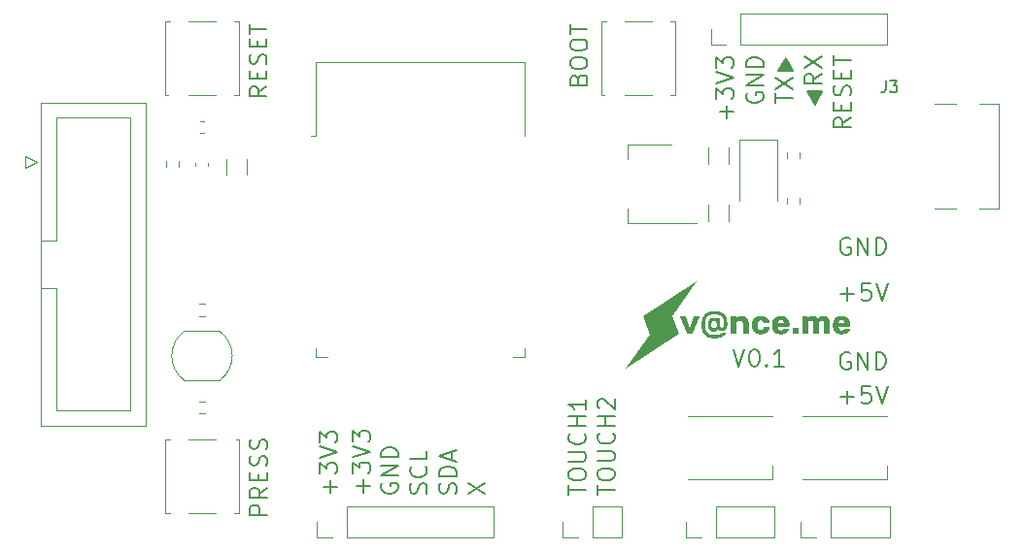
<source format=gto>
G04 #@! TF.GenerationSoftware,KiCad,Pcbnew,6.0.9-8da3e8f707~117~ubuntu22.04.1*
G04 #@! TF.CreationDate,2022-12-19T09:45:41+00:00*
G04 #@! TF.ProjectId,esp32display,65737033-3264-4697-9370-6c61792e6b69,rev?*
G04 #@! TF.SameCoordinates,Original*
G04 #@! TF.FileFunction,Legend,Top*
G04 #@! TF.FilePolarity,Positive*
%FSLAX46Y46*%
G04 Gerber Fmt 4.6, Leading zero omitted, Abs format (unit mm)*
G04 Created by KiCad (PCBNEW 6.0.9-8da3e8f707~117~ubuntu22.04.1) date 2022-12-19 09:45:41*
%MOMM*%
%LPD*%
G01*
G04 APERTURE LIST*
%ADD10C,0.000000*%
%ADD11C,0.200000*%
%ADD12C,0.150000*%
%ADD13C,0.120000*%
G04 APERTURE END LIST*
D10*
G36*
X191161675Y-103021752D02*
G01*
X191180536Y-103022585D01*
X191199142Y-103023972D01*
X191217495Y-103025915D01*
X191235593Y-103028413D01*
X191253436Y-103031466D01*
X191271025Y-103035074D01*
X191288360Y-103039237D01*
X191305440Y-103043955D01*
X191322266Y-103049228D01*
X191338838Y-103055057D01*
X191355155Y-103061440D01*
X191371218Y-103068379D01*
X191387026Y-103075872D01*
X191402580Y-103083921D01*
X191417880Y-103092525D01*
X191433225Y-103101336D01*
X191448178Y-103110750D01*
X191462737Y-103120764D01*
X191476903Y-103131380D01*
X191490676Y-103142597D01*
X191504056Y-103154416D01*
X191517042Y-103166836D01*
X191529636Y-103179857D01*
X191541836Y-103193480D01*
X191553643Y-103207704D01*
X191565057Y-103222529D01*
X191576078Y-103237956D01*
X191586705Y-103253983D01*
X191596939Y-103270613D01*
X191606781Y-103287843D01*
X191616229Y-103305675D01*
X191625191Y-103323773D01*
X191633574Y-103342542D01*
X191641380Y-103361981D01*
X191648608Y-103382092D01*
X191655257Y-103402872D01*
X191661328Y-103424324D01*
X191666821Y-103446446D01*
X191671736Y-103469239D01*
X191676072Y-103492703D01*
X191679831Y-103516837D01*
X191683011Y-103541643D01*
X191685613Y-103567118D01*
X191687636Y-103593265D01*
X191689082Y-103620082D01*
X191689949Y-103647571D01*
X191690238Y-103675729D01*
X191690238Y-104516491D01*
X191690146Y-104520516D01*
X191689868Y-104524447D01*
X191689406Y-104528287D01*
X191688758Y-104532033D01*
X191687925Y-104535688D01*
X191686908Y-104539249D01*
X191685705Y-104542719D01*
X191684317Y-104546095D01*
X191682745Y-104549380D01*
X191680987Y-104552571D01*
X191679044Y-104555671D01*
X191676916Y-104558677D01*
X191674603Y-104561592D01*
X191672106Y-104564413D01*
X191669423Y-104567142D01*
X191666555Y-104569779D01*
X191663930Y-104572289D01*
X191661236Y-104574636D01*
X191658472Y-104576822D01*
X191655639Y-104578845D01*
X191652736Y-104580707D01*
X191649764Y-104582407D01*
X191646723Y-104583945D01*
X191643612Y-104585321D01*
X191640432Y-104586536D01*
X191637182Y-104587588D01*
X191633864Y-104588478D01*
X191630475Y-104589207D01*
X191627018Y-104589774D01*
X191623491Y-104590178D01*
X191619894Y-104590421D01*
X191616229Y-104590502D01*
X191272819Y-104590502D01*
X191268783Y-104590421D01*
X191264816Y-104590178D01*
X191260919Y-104589774D01*
X191257091Y-104589207D01*
X191253333Y-104588478D01*
X191249644Y-104587588D01*
X191246024Y-104586536D01*
X191242474Y-104585321D01*
X191238993Y-104583945D01*
X191235582Y-104582407D01*
X191232240Y-104580707D01*
X191228967Y-104578845D01*
X191225764Y-104576822D01*
X191222630Y-104574636D01*
X191219565Y-104572289D01*
X191216570Y-104569779D01*
X191214061Y-104567142D01*
X191211713Y-104564413D01*
X191209528Y-104561592D01*
X191207504Y-104558677D01*
X191205642Y-104555671D01*
X191203942Y-104552572D01*
X191202404Y-104549380D01*
X191201028Y-104546096D01*
X191199814Y-104542719D01*
X191198762Y-104539250D01*
X191197871Y-104535688D01*
X191197143Y-104532034D01*
X191196576Y-104528287D01*
X191196171Y-104524447D01*
X191195928Y-104520516D01*
X191195847Y-104516491D01*
X191195847Y-103696452D01*
X191195385Y-103671242D01*
X191194807Y-103659158D01*
X191193997Y-103647420D01*
X191192956Y-103636029D01*
X191191684Y-103624985D01*
X191190181Y-103614289D01*
X191188447Y-103603939D01*
X191186481Y-103593936D01*
X191184284Y-103584280D01*
X191181855Y-103574970D01*
X191179195Y-103566008D01*
X191176304Y-103557393D01*
X191173182Y-103549124D01*
X191169829Y-103541203D01*
X191166244Y-103533628D01*
X191162462Y-103525996D01*
X191158519Y-103518641D01*
X191154414Y-103511564D01*
X191150147Y-103504764D01*
X191145718Y-103498242D01*
X191141127Y-103491997D01*
X191136374Y-103486030D01*
X191131459Y-103480341D01*
X191126383Y-103474929D01*
X191121144Y-103469794D01*
X191115744Y-103464937D01*
X191110181Y-103460358D01*
X191104457Y-103456056D01*
X191098571Y-103452031D01*
X191092522Y-103448285D01*
X191086312Y-103444815D01*
X191079963Y-103441589D01*
X191073499Y-103438571D01*
X191066919Y-103435761D01*
X191060223Y-103433159D01*
X191053411Y-103430765D01*
X191046484Y-103428579D01*
X191039442Y-103426602D01*
X191032283Y-103424833D01*
X191025010Y-103423271D01*
X191017620Y-103421918D01*
X191010115Y-103420774D01*
X191002494Y-103419837D01*
X190994758Y-103419108D01*
X190986906Y-103418588D01*
X190978938Y-103418276D01*
X190970855Y-103418172D01*
X190964194Y-103418276D01*
X190957533Y-103418588D01*
X190950872Y-103419108D01*
X190944211Y-103419837D01*
X190937550Y-103420774D01*
X190930889Y-103421918D01*
X190924228Y-103423271D01*
X190917567Y-103424833D01*
X190910906Y-103426602D01*
X190904245Y-103428579D01*
X190897584Y-103430765D01*
X190890923Y-103433159D01*
X190884262Y-103435761D01*
X190877601Y-103438571D01*
X190870940Y-103441589D01*
X190864279Y-103444815D01*
X190858057Y-103448285D01*
X190851974Y-103452031D01*
X190846030Y-103456056D01*
X190840225Y-103460358D01*
X190834559Y-103464937D01*
X190829031Y-103469794D01*
X190823642Y-103474928D01*
X190818392Y-103480340D01*
X190813281Y-103486030D01*
X190808308Y-103491997D01*
X190803474Y-103498242D01*
X190798779Y-103504764D01*
X190794223Y-103511564D01*
X190789805Y-103518641D01*
X190785527Y-103525996D01*
X190781387Y-103533628D01*
X190777802Y-103541203D01*
X190774448Y-103549124D01*
X190771326Y-103557393D01*
X190768435Y-103566008D01*
X190765775Y-103574970D01*
X190763347Y-103584280D01*
X190761150Y-103593936D01*
X190759184Y-103603939D01*
X190757449Y-103614289D01*
X190755946Y-103624985D01*
X190754674Y-103636029D01*
X190753633Y-103647420D01*
X190752824Y-103659158D01*
X190752246Y-103671242D01*
X190751899Y-103683674D01*
X190751783Y-103696452D01*
X190751783Y-104516491D01*
X190751702Y-104520516D01*
X190751459Y-104524447D01*
X190751055Y-104528287D01*
X190750488Y-104532033D01*
X190749759Y-104535688D01*
X190748869Y-104539249D01*
X190747817Y-104542719D01*
X190746602Y-104546095D01*
X190745226Y-104549380D01*
X190743688Y-104552571D01*
X190741988Y-104555671D01*
X190740126Y-104558677D01*
X190738103Y-104561592D01*
X190735917Y-104564413D01*
X190733570Y-104567142D01*
X190731060Y-104569779D01*
X190728423Y-104572289D01*
X190725694Y-104574636D01*
X190722873Y-104576822D01*
X190719958Y-104578845D01*
X190716952Y-104580707D01*
X190713853Y-104582407D01*
X190710661Y-104583945D01*
X190707377Y-104585321D01*
X190704000Y-104586536D01*
X190700530Y-104587588D01*
X190696969Y-104588478D01*
X190693314Y-104589207D01*
X190689567Y-104589774D01*
X190685728Y-104590178D01*
X190681796Y-104590421D01*
X190677772Y-104590502D01*
X190334362Y-104590502D01*
X190330338Y-104590421D01*
X190326406Y-104590178D01*
X190322567Y-104589774D01*
X190318820Y-104589207D01*
X190315166Y-104588478D01*
X190311605Y-104587588D01*
X190308135Y-104586536D01*
X190304759Y-104585321D01*
X190301475Y-104583945D01*
X190298283Y-104582407D01*
X190295184Y-104580707D01*
X190292177Y-104578845D01*
X190289263Y-104576822D01*
X190286441Y-104574636D01*
X190283712Y-104572289D01*
X190281075Y-104569779D01*
X190278566Y-104567142D01*
X190276218Y-104564413D01*
X190274033Y-104561592D01*
X190272009Y-104558677D01*
X190270147Y-104555671D01*
X190268447Y-104552572D01*
X190266909Y-104549380D01*
X190265533Y-104546096D01*
X190264319Y-104542719D01*
X190263267Y-104539250D01*
X190262376Y-104535688D01*
X190261648Y-104532034D01*
X190261081Y-104528287D01*
X190260676Y-104524447D01*
X190260433Y-104520516D01*
X190260352Y-104516491D01*
X190260352Y-103696452D01*
X190260225Y-103683674D01*
X190259844Y-103671242D01*
X190259208Y-103659158D01*
X190258317Y-103647420D01*
X190257172Y-103636029D01*
X190255773Y-103624985D01*
X190254119Y-103614289D01*
X190252211Y-103603939D01*
X190250049Y-103593936D01*
X190247632Y-103584280D01*
X190244960Y-103574970D01*
X190242034Y-103566008D01*
X190238854Y-103557393D01*
X190235420Y-103549124D01*
X190231731Y-103541203D01*
X190227787Y-103533628D01*
X190223647Y-103525996D01*
X190219368Y-103518641D01*
X190214951Y-103511564D01*
X190210394Y-103504764D01*
X190205699Y-103498242D01*
X190200865Y-103491997D01*
X190195893Y-103486030D01*
X190190781Y-103480341D01*
X190185531Y-103474929D01*
X190180142Y-103469794D01*
X190174615Y-103464937D01*
X190168948Y-103460358D01*
X190163143Y-103456056D01*
X190157199Y-103452031D01*
X190151117Y-103448285D01*
X190144895Y-103444815D01*
X190138558Y-103441589D01*
X190132129Y-103438571D01*
X190125606Y-103435761D01*
X190118992Y-103433159D01*
X190112285Y-103430765D01*
X190105485Y-103428579D01*
X190098593Y-103426602D01*
X190091608Y-103424833D01*
X190084531Y-103423271D01*
X190077361Y-103421918D01*
X190070099Y-103420774D01*
X190062744Y-103419837D01*
X190055297Y-103419108D01*
X190047757Y-103418588D01*
X190040125Y-103418276D01*
X190032400Y-103418172D01*
X190025739Y-103418276D01*
X190019078Y-103418588D01*
X190012417Y-103419108D01*
X190005756Y-103419837D01*
X189999095Y-103420774D01*
X189992434Y-103421918D01*
X189985773Y-103423271D01*
X189979112Y-103424833D01*
X189972451Y-103426602D01*
X189965789Y-103428579D01*
X189959128Y-103430765D01*
X189952467Y-103433159D01*
X189945806Y-103435761D01*
X189939145Y-103438571D01*
X189932484Y-103441589D01*
X189925823Y-103444815D01*
X189919602Y-103448285D01*
X189913519Y-103452031D01*
X189907575Y-103456056D01*
X189901770Y-103460358D01*
X189896104Y-103464937D01*
X189890576Y-103469794D01*
X189885187Y-103474928D01*
X189879937Y-103480340D01*
X189874826Y-103486030D01*
X189869853Y-103491997D01*
X189865019Y-103498242D01*
X189860324Y-103504764D01*
X189855768Y-103511564D01*
X189851350Y-103518641D01*
X189847071Y-103525996D01*
X189842931Y-103533628D01*
X189839347Y-103541191D01*
X189835993Y-103549078D01*
X189832871Y-103557289D01*
X189829980Y-103565823D01*
X189827320Y-103574681D01*
X189824892Y-103583863D01*
X189822695Y-103593369D01*
X189820729Y-103603199D01*
X189818994Y-103613352D01*
X189817491Y-103623829D01*
X189816219Y-103634630D01*
X189815178Y-103645755D01*
X189814369Y-103657203D01*
X189813790Y-103668976D01*
X189813444Y-103681072D01*
X189813328Y-103693492D01*
X189813328Y-104516491D01*
X189813235Y-104520516D01*
X189812958Y-104524447D01*
X189812495Y-104528287D01*
X189811848Y-104532033D01*
X189811015Y-104535688D01*
X189809997Y-104539249D01*
X189808794Y-104542719D01*
X189807407Y-104546095D01*
X189805834Y-104549380D01*
X189804076Y-104552571D01*
X189802133Y-104555671D01*
X189800005Y-104558677D01*
X189797692Y-104561592D01*
X189795194Y-104564413D01*
X189792511Y-104567142D01*
X189789643Y-104569779D01*
X189787007Y-104572289D01*
X189784277Y-104574636D01*
X189781456Y-104576822D01*
X189778542Y-104578845D01*
X189775535Y-104580707D01*
X189772436Y-104582407D01*
X189769244Y-104583945D01*
X189765960Y-104585321D01*
X189762583Y-104586536D01*
X189759114Y-104587588D01*
X189755552Y-104588478D01*
X189751898Y-104589207D01*
X189748151Y-104589774D01*
X189744312Y-104590178D01*
X189740381Y-104590421D01*
X189736356Y-104590502D01*
X189387026Y-104590502D01*
X189383002Y-104590422D01*
X189379070Y-104590179D01*
X189375231Y-104589774D01*
X189371484Y-104589207D01*
X189367829Y-104588479D01*
X189364268Y-104587588D01*
X189360798Y-104586536D01*
X189357422Y-104585322D01*
X189354137Y-104583946D01*
X189350946Y-104582408D01*
X189347846Y-104580708D01*
X189344840Y-104578846D01*
X189341925Y-104576822D01*
X189339104Y-104574636D01*
X189336375Y-104572289D01*
X189333738Y-104569780D01*
X189331229Y-104567143D01*
X189328881Y-104564414D01*
X189326695Y-104561592D01*
X189324672Y-104558678D01*
X189322810Y-104555671D01*
X189321110Y-104552572D01*
X189319572Y-104549380D01*
X189318196Y-104546096D01*
X189316982Y-104542719D01*
X189315929Y-104539250D01*
X189315039Y-104535688D01*
X189314310Y-104532034D01*
X189313744Y-104528287D01*
X189313339Y-104524448D01*
X189313096Y-104520516D01*
X189313015Y-104516492D01*
X189313015Y-103125090D01*
X189313096Y-103121065D01*
X189313339Y-103117133D01*
X189313744Y-103113294D01*
X189314310Y-103109547D01*
X189315039Y-103105893D01*
X189315929Y-103102331D01*
X189316982Y-103098862D01*
X189318196Y-103095485D01*
X189319572Y-103092201D01*
X189321110Y-103089009D01*
X189322810Y-103085910D01*
X189324672Y-103082903D01*
X189326695Y-103079989D01*
X189328881Y-103077168D01*
X189331229Y-103074438D01*
X189333738Y-103071802D01*
X189336375Y-103069292D01*
X189339104Y-103066945D01*
X189341925Y-103064759D01*
X189344840Y-103062735D01*
X189347846Y-103060873D01*
X189350946Y-103059173D01*
X189354137Y-103057635D01*
X189357422Y-103056259D01*
X189360798Y-103055045D01*
X189364268Y-103053993D01*
X189367829Y-103053102D01*
X189371484Y-103052374D01*
X189375231Y-103051807D01*
X189379070Y-103051402D01*
X189383002Y-103051159D01*
X189387026Y-103051078D01*
X189709713Y-103051078D01*
X189713737Y-103051159D01*
X189717669Y-103051402D01*
X189721508Y-103051807D01*
X189725255Y-103052374D01*
X189728909Y-103053102D01*
X189732471Y-103053993D01*
X189735940Y-103055045D01*
X189739316Y-103056259D01*
X189742601Y-103057635D01*
X189745792Y-103059173D01*
X189748892Y-103060873D01*
X189751898Y-103062735D01*
X189754812Y-103064759D01*
X189757634Y-103066945D01*
X189760363Y-103069292D01*
X189763000Y-103071802D01*
X189765509Y-103074438D01*
X189767857Y-103077167D01*
X189770042Y-103079989D01*
X189772066Y-103082903D01*
X189773928Y-103085910D01*
X189775628Y-103089009D01*
X189777166Y-103092201D01*
X189778542Y-103095485D01*
X189779756Y-103098862D01*
X189780809Y-103102331D01*
X189781699Y-103105893D01*
X189782428Y-103109547D01*
X189782994Y-103113294D01*
X189783399Y-103117133D01*
X189783642Y-103121065D01*
X189783723Y-103125090D01*
X189783723Y-103225744D01*
X189791309Y-103215834D01*
X189799265Y-103206085D01*
X189807591Y-103196498D01*
X189816288Y-103187073D01*
X189825354Y-103177811D01*
X189834791Y-103168710D01*
X189844597Y-103159770D01*
X189854773Y-103150993D01*
X189865320Y-103142378D01*
X189876236Y-103133925D01*
X189887523Y-103125633D01*
X189899180Y-103117503D01*
X189911206Y-103109536D01*
X189923603Y-103101730D01*
X189936370Y-103094086D01*
X189949506Y-103086604D01*
X189962979Y-103079064D01*
X189976752Y-103071987D01*
X189990826Y-103065372D01*
X190005200Y-103059220D01*
X190019875Y-103053530D01*
X190034851Y-103048303D01*
X190050127Y-103043539D01*
X190065704Y-103039237D01*
X190081582Y-103035397D01*
X190097760Y-103032021D01*
X190114239Y-103029107D01*
X190131019Y-103026655D01*
X190148099Y-103024666D01*
X190165480Y-103023140D01*
X190183161Y-103022076D01*
X190201144Y-103021474D01*
X190242867Y-103021787D01*
X190282926Y-103024203D01*
X190321319Y-103028725D01*
X190358047Y-103035351D01*
X190393109Y-103044082D01*
X190426507Y-103054918D01*
X190458239Y-103067858D01*
X190488306Y-103082903D01*
X190516707Y-103100053D01*
X190543444Y-103119307D01*
X190568515Y-103140666D01*
X190591921Y-103164130D01*
X190613661Y-103189698D01*
X190633736Y-103217371D01*
X190652146Y-103247149D01*
X190668891Y-103279032D01*
X190677634Y-103265132D01*
X190686839Y-103251555D01*
X190696506Y-103238303D01*
X190706637Y-103225374D01*
X190717229Y-103212769D01*
X190728285Y-103200488D01*
X190739803Y-103188531D01*
X190751783Y-103176897D01*
X190764226Y-103165587D01*
X190777132Y-103154601D01*
X190790500Y-103143939D01*
X190804330Y-103133601D01*
X190818624Y-103123586D01*
X190833379Y-103113895D01*
X190848598Y-103104528D01*
X190864279Y-103095485D01*
X190880283Y-103086523D01*
X190896473Y-103078139D01*
X190912848Y-103070333D01*
X190929408Y-103063105D01*
X190946153Y-103056456D01*
X190963083Y-103050385D01*
X190980198Y-103044892D01*
X190997498Y-103039977D01*
X191014983Y-103035640D01*
X191032653Y-103031882D01*
X191050508Y-103028702D01*
X191068548Y-103026100D01*
X191086774Y-103024076D01*
X191105184Y-103022631D01*
X191123779Y-103021763D01*
X191142559Y-103021474D01*
X191161675Y-103021752D01*
G37*
G36*
X179089486Y-103051160D02*
G01*
X179094089Y-103051403D01*
X179098553Y-103051807D01*
X179102878Y-103052374D01*
X179107064Y-103053102D01*
X179111112Y-103053993D01*
X179115020Y-103055045D01*
X179118790Y-103056259D01*
X179122421Y-103057636D01*
X179125914Y-103059174D01*
X179129267Y-103060874D01*
X179132482Y-103062736D01*
X179135558Y-103064759D01*
X179138496Y-103066945D01*
X179141294Y-103069293D01*
X179143954Y-103071802D01*
X179146486Y-103074392D01*
X179148903Y-103076983D01*
X179151205Y-103079573D01*
X179153390Y-103082164D01*
X179155460Y-103084754D01*
X179157414Y-103087344D01*
X179159253Y-103089935D01*
X179160976Y-103092525D01*
X179162584Y-103095115D01*
X179164075Y-103097706D01*
X179165452Y-103100296D01*
X179166712Y-103102887D01*
X179167857Y-103105477D01*
X179168886Y-103108067D01*
X179169800Y-103110658D01*
X179170598Y-103113248D01*
X179505126Y-104022100D01*
X179842615Y-103113248D01*
X179843413Y-103110658D01*
X179844327Y-103108067D01*
X179845356Y-103105477D01*
X179846501Y-103102887D01*
X179847761Y-103100296D01*
X179849138Y-103097706D01*
X179850629Y-103095115D01*
X179852237Y-103092525D01*
X179853960Y-103089935D01*
X179855799Y-103087344D01*
X179857753Y-103084754D01*
X179859823Y-103082164D01*
X179862008Y-103079573D01*
X179864310Y-103076983D01*
X179866726Y-103074392D01*
X179869259Y-103071802D01*
X179871919Y-103069293D01*
X179874717Y-103066945D01*
X179877655Y-103064759D01*
X179880731Y-103062736D01*
X179883945Y-103060874D01*
X179887299Y-103059174D01*
X179890791Y-103057636D01*
X179894423Y-103056259D01*
X179898192Y-103055045D01*
X179902101Y-103053993D01*
X179906149Y-103053102D01*
X179910335Y-103052374D01*
X179914660Y-103051807D01*
X179919124Y-103051403D01*
X179923726Y-103051160D01*
X179928468Y-103051079D01*
X180262996Y-103051079D01*
X180266303Y-103051160D01*
X180269565Y-103051403D01*
X180272779Y-103051807D01*
X180275948Y-103052374D01*
X180279070Y-103053102D01*
X180282146Y-103053993D01*
X180285176Y-103055045D01*
X180288160Y-103056259D01*
X180291097Y-103057636D01*
X180293988Y-103059174D01*
X180296833Y-103060874D01*
X180299632Y-103062736D01*
X180302384Y-103064759D01*
X180305090Y-103066945D01*
X180307750Y-103069293D01*
X180310363Y-103071802D01*
X180312872Y-103074057D01*
X180315220Y-103076381D01*
X180317406Y-103078775D01*
X180319429Y-103081238D01*
X180321291Y-103083771D01*
X180322991Y-103086373D01*
X180324529Y-103089044D01*
X180325905Y-103091785D01*
X180327120Y-103094595D01*
X180328172Y-103097474D01*
X180329062Y-103100423D01*
X180329791Y-103103442D01*
X180330358Y-103106529D01*
X180330762Y-103109686D01*
X180331005Y-103112913D01*
X180331086Y-103116209D01*
X180331063Y-103118047D01*
X180330994Y-103119863D01*
X180330878Y-103121655D01*
X180330716Y-103123425D01*
X180330508Y-103125171D01*
X180330253Y-103126894D01*
X180329953Y-103128594D01*
X180329606Y-103130271D01*
X180329213Y-103131924D01*
X180328773Y-103133555D01*
X180328287Y-103135162D01*
X180327755Y-103136746D01*
X180327177Y-103138308D01*
X180326553Y-103139846D01*
X180325882Y-103141361D01*
X180325165Y-103142852D01*
X179765643Y-104516492D01*
X179764117Y-104520169D01*
X179762498Y-104523801D01*
X179760786Y-104527385D01*
X179758982Y-104530924D01*
X179757086Y-104534416D01*
X179755097Y-104537863D01*
X179753015Y-104541262D01*
X179750841Y-104544616D01*
X179748575Y-104547923D01*
X179746216Y-104551185D01*
X179743764Y-104554399D01*
X179741220Y-104557568D01*
X179738583Y-104560690D01*
X179735854Y-104563766D01*
X179733032Y-104566796D01*
X179730118Y-104569780D01*
X179727424Y-104572289D01*
X179724521Y-104574637D01*
X179721410Y-104576822D01*
X179718092Y-104578846D01*
X179714564Y-104580708D01*
X179710829Y-104582408D01*
X179706886Y-104583946D01*
X179702734Y-104585322D01*
X179698375Y-104586536D01*
X179693807Y-104587589D01*
X179689031Y-104588479D01*
X179684046Y-104589208D01*
X179678854Y-104589774D01*
X179673454Y-104590179D01*
X179667845Y-104590422D01*
X179662028Y-104590503D01*
X179348224Y-104590502D01*
X179342766Y-104590422D01*
X179337492Y-104590179D01*
X179332404Y-104589774D01*
X179327501Y-104589207D01*
X179322783Y-104588479D01*
X179318250Y-104587588D01*
X179313901Y-104586536D01*
X179309738Y-104585322D01*
X179305760Y-104583946D01*
X179301967Y-104582408D01*
X179298359Y-104580708D01*
X179294936Y-104578846D01*
X179291698Y-104576822D01*
X179288645Y-104574636D01*
X179285777Y-104572289D01*
X179283094Y-104569780D01*
X179278006Y-104563766D01*
X179273103Y-104557568D01*
X179268385Y-104551184D01*
X179263852Y-104544616D01*
X179259504Y-104537862D01*
X179255341Y-104530924D01*
X179251362Y-104523800D01*
X179247569Y-104516492D01*
X178688048Y-103142852D01*
X178687331Y-103141361D01*
X178686660Y-103139846D01*
X178686036Y-103138308D01*
X178685457Y-103136746D01*
X178684925Y-103135162D01*
X178684440Y-103133555D01*
X178684000Y-103131924D01*
X178683607Y-103130270D01*
X178683260Y-103128594D01*
X178682959Y-103126894D01*
X178682705Y-103125171D01*
X178682497Y-103123424D01*
X178682335Y-103121655D01*
X178682219Y-103119863D01*
X178682150Y-103118047D01*
X178682127Y-103116209D01*
X178682196Y-103112913D01*
X178682404Y-103109686D01*
X178682751Y-103106529D01*
X178683237Y-103103442D01*
X178683861Y-103100424D01*
X178684625Y-103097475D01*
X178685527Y-103094595D01*
X178686567Y-103091785D01*
X178687747Y-103089044D01*
X178689065Y-103086373D01*
X178690522Y-103083771D01*
X178692118Y-103081239D01*
X178693853Y-103078775D01*
X178695726Y-103076382D01*
X178697738Y-103074057D01*
X178699889Y-103071802D01*
X178702514Y-103069293D01*
X178705209Y-103066945D01*
X178707972Y-103064759D01*
X178710806Y-103062736D01*
X178713708Y-103060874D01*
X178716680Y-103059174D01*
X178719722Y-103057636D01*
X178722832Y-103056259D01*
X178726013Y-103055045D01*
X178729262Y-103053993D01*
X178732581Y-103053102D01*
X178735969Y-103052374D01*
X178739427Y-103051807D01*
X178742954Y-103051403D01*
X178746551Y-103051160D01*
X178750216Y-103051079D01*
X179084745Y-103051079D01*
X179089486Y-103051160D01*
G37*
G36*
X186665527Y-103625020D02*
G01*
X186670326Y-103598712D01*
X186675796Y-103572935D01*
X186681936Y-103547691D01*
X186688748Y-103522978D01*
X186696230Y-103498797D01*
X186704382Y-103475149D01*
X186713206Y-103452032D01*
X186722700Y-103429447D01*
X186732865Y-103407394D01*
X186743701Y-103385873D01*
X186755207Y-103364884D01*
X186767696Y-103344115D01*
X186780741Y-103323993D01*
X186794340Y-103304519D01*
X186808495Y-103285692D01*
X186823204Y-103267514D01*
X186838469Y-103249982D01*
X186854289Y-103233099D01*
X186870664Y-103216862D01*
X186887594Y-103201274D01*
X186905079Y-103186333D01*
X186923119Y-103172040D01*
X186941714Y-103158394D01*
X186960864Y-103145396D01*
X186980570Y-103133045D01*
X187000830Y-103121342D01*
X187021645Y-103110287D01*
X187043328Y-103099532D01*
X187065451Y-103089471D01*
X187088012Y-103080104D01*
X187111013Y-103071431D01*
X187134454Y-103063452D01*
X187158334Y-103056167D01*
X187182654Y-103049575D01*
X187207413Y-103043677D01*
X187232611Y-103038473D01*
X187258249Y-103033963D01*
X187284326Y-103030147D01*
X187310843Y-103027025D01*
X187337799Y-103024596D01*
X187365194Y-103022862D01*
X187393029Y-103021821D01*
X187421304Y-103021474D01*
X187453510Y-103021879D01*
X187484999Y-103023093D01*
X187515771Y-103025117D01*
X187545827Y-103027950D01*
X187575165Y-103031593D01*
X187603786Y-103036045D01*
X187631691Y-103041307D01*
X187658878Y-103047378D01*
X187685349Y-103054258D01*
X187711102Y-103061949D01*
X187736138Y-103070448D01*
X187760458Y-103079757D01*
X187784060Y-103089876D01*
X187806946Y-103100804D01*
X187829114Y-103112542D01*
X187850565Y-103125089D01*
X187871693Y-103138330D01*
X187892150Y-103152149D01*
X187911937Y-103166547D01*
X187931052Y-103181522D01*
X187949497Y-103197076D01*
X187967271Y-103213208D01*
X187984375Y-103229919D01*
X188000808Y-103247207D01*
X188016570Y-103265074D01*
X188031661Y-103283519D01*
X188046082Y-103302542D01*
X188059831Y-103322143D01*
X188072910Y-103342322D01*
X188085319Y-103363080D01*
X188097056Y-103384416D01*
X188108123Y-103406330D01*
X188118519Y-103428730D01*
X188128245Y-103451523D01*
X188137300Y-103474709D01*
X188145684Y-103498288D01*
X188153397Y-103522261D01*
X188160440Y-103546627D01*
X188166812Y-103571385D01*
X188172513Y-103596538D01*
X188177544Y-103622083D01*
X188181904Y-103648021D01*
X188185593Y-103674353D01*
X188188611Y-103701078D01*
X188190958Y-103728196D01*
X188192635Y-103755707D01*
X188193641Y-103783611D01*
X188193977Y-103811909D01*
X188193977Y-103882959D01*
X188193884Y-103886984D01*
X188193607Y-103890915D01*
X188193144Y-103894755D01*
X188192496Y-103898502D01*
X188191664Y-103902156D01*
X188190646Y-103905718D01*
X188189443Y-103909187D01*
X188188055Y-103912564D01*
X188186483Y-103915848D01*
X188184725Y-103919039D01*
X188182782Y-103922139D01*
X188180654Y-103925145D01*
X188178341Y-103928060D01*
X188175843Y-103930881D01*
X188173160Y-103933610D01*
X188170292Y-103936247D01*
X188167667Y-103938757D01*
X188164972Y-103941104D01*
X188162209Y-103943290D01*
X188159375Y-103945313D01*
X188156473Y-103947175D01*
X188153501Y-103948875D01*
X188150460Y-103950413D01*
X188147349Y-103951789D01*
X188144169Y-103953004D01*
X188140919Y-103954056D01*
X188137600Y-103954946D01*
X188134212Y-103955675D01*
X188130755Y-103956242D01*
X188127228Y-103956646D01*
X188123631Y-103956889D01*
X188119965Y-103956970D01*
X187172628Y-103956970D01*
X187172628Y-103977693D01*
X187173738Y-103998925D01*
X187175588Y-104019694D01*
X187178178Y-104040001D01*
X187181509Y-104059845D01*
X187185579Y-104079226D01*
X187190390Y-104098145D01*
X187195941Y-104116602D01*
X187202232Y-104134595D01*
X187205678Y-104143361D01*
X187209355Y-104151895D01*
X187213264Y-104160198D01*
X187217404Y-104168270D01*
X187221775Y-104176111D01*
X187226378Y-104183720D01*
X187231212Y-104191098D01*
X187236277Y-104198245D01*
X187241573Y-104205160D01*
X187247101Y-104211844D01*
X187252860Y-104218297D01*
X187258850Y-104224518D01*
X187265071Y-104230509D01*
X187271524Y-104236268D01*
X187278208Y-104241795D01*
X187285124Y-104247092D01*
X187292247Y-104252110D01*
X187299556Y-104256805D01*
X187307049Y-104261177D01*
X187314728Y-104265224D01*
X187322591Y-104268948D01*
X187330640Y-104272348D01*
X187338874Y-104275424D01*
X187347292Y-104278176D01*
X187355896Y-104280605D01*
X187364685Y-104282709D01*
X187373659Y-104284490D01*
X187382818Y-104285947D01*
X187392162Y-104287080D01*
X187401691Y-104287890D01*
X187411405Y-104288376D01*
X187421304Y-104288538D01*
X187435782Y-104288260D01*
X187442779Y-104287913D01*
X187449613Y-104287427D01*
X187456285Y-104286803D01*
X187462796Y-104286040D01*
X187469145Y-104285138D01*
X187475332Y-104284097D01*
X187481356Y-104282917D01*
X187487219Y-104281599D01*
X187492921Y-104280142D01*
X187498460Y-104278546D01*
X187503837Y-104276811D01*
X187509053Y-104274938D01*
X187514106Y-104272926D01*
X187518998Y-104270775D01*
X187529128Y-104265548D01*
X187538796Y-104260228D01*
X187548001Y-104254816D01*
X187556743Y-104249312D01*
X187565023Y-104243715D01*
X187572840Y-104238025D01*
X187580195Y-104232243D01*
X187587087Y-104226368D01*
X187593563Y-104219846D01*
X187599669Y-104213602D01*
X187605405Y-104207634D01*
X187610771Y-104201945D01*
X187615767Y-104196533D01*
X187620392Y-104191398D01*
X187624648Y-104186541D01*
X187628533Y-104181962D01*
X187635009Y-104174931D01*
X187641115Y-104168640D01*
X187644029Y-104165772D01*
X187646851Y-104163089D01*
X187649580Y-104160591D01*
X187652217Y-104158278D01*
X187654761Y-104156150D01*
X187657213Y-104154208D01*
X187659572Y-104152450D01*
X187661838Y-104150877D01*
X187664012Y-104149489D01*
X187666094Y-104148287D01*
X187668083Y-104147269D01*
X187669979Y-104146437D01*
X187672269Y-104145361D01*
X187674698Y-104144355D01*
X187677265Y-104143418D01*
X187679971Y-104142551D01*
X187682816Y-104141753D01*
X187685799Y-104141025D01*
X187688922Y-104140366D01*
X187692183Y-104139776D01*
X187695583Y-104139255D01*
X187699122Y-104138804D01*
X187702799Y-104138423D01*
X187706615Y-104138111D01*
X187710570Y-104137868D01*
X187714664Y-104137694D01*
X187718896Y-104137590D01*
X187723267Y-104137556D01*
X188090360Y-104137556D01*
X188094015Y-104137625D01*
X188097576Y-104137833D01*
X188101045Y-104138180D01*
X188104422Y-104138666D01*
X188107706Y-104139290D01*
X188110898Y-104140053D01*
X188113997Y-104140955D01*
X188117004Y-104141996D01*
X188119918Y-104143176D01*
X188122739Y-104144494D01*
X188125468Y-104145951D01*
X188128105Y-104147547D01*
X188130649Y-104149282D01*
X188133101Y-104151155D01*
X188135460Y-104153167D01*
X188137727Y-104155318D01*
X188138999Y-104156258D01*
X188140225Y-104157226D01*
X188141404Y-104158224D01*
X188142537Y-104159250D01*
X188143624Y-104160305D01*
X188144665Y-104161390D01*
X188145660Y-104162503D01*
X188146608Y-104163645D01*
X188147510Y-104164816D01*
X188148366Y-104166015D01*
X188149175Y-104167244D01*
X188149938Y-104168502D01*
X188150655Y-104169788D01*
X188151326Y-104171104D01*
X188151950Y-104172448D01*
X188152529Y-104173821D01*
X188153061Y-104175223D01*
X188153546Y-104176654D01*
X188153986Y-104178114D01*
X188154379Y-104179603D01*
X188154726Y-104181121D01*
X188155027Y-104182668D01*
X188155281Y-104184243D01*
X188155489Y-104185848D01*
X188155767Y-104189144D01*
X188155859Y-104192555D01*
X188155767Y-104196082D01*
X188155489Y-104199725D01*
X188154946Y-104206097D01*
X188154056Y-104212630D01*
X188152818Y-104219326D01*
X188151234Y-104226184D01*
X188149303Y-104233203D01*
X188147025Y-104240384D01*
X188144400Y-104247728D01*
X188141428Y-104255233D01*
X188138109Y-104262900D01*
X188134443Y-104270729D01*
X188130431Y-104278720D01*
X188126071Y-104286873D01*
X188121364Y-104295187D01*
X188116311Y-104303664D01*
X188110910Y-104312302D01*
X188105163Y-104321102D01*
X188099069Y-104329984D01*
X188092627Y-104338865D01*
X188085839Y-104347746D01*
X188078704Y-104356628D01*
X188071222Y-104365509D01*
X188063393Y-104374390D01*
X188055217Y-104383271D01*
X188046695Y-104392153D01*
X188037825Y-104401034D01*
X188028608Y-104409915D01*
X188019045Y-104418797D01*
X188009134Y-104427678D01*
X187998877Y-104436559D01*
X187988272Y-104445440D01*
X187977321Y-104454322D01*
X187966023Y-104463203D01*
X187954736Y-104471622D01*
X187943079Y-104479855D01*
X187931053Y-104487904D01*
X187918656Y-104495768D01*
X187905889Y-104503446D01*
X187892752Y-104510940D01*
X187879245Y-104518249D01*
X187865368Y-104525372D01*
X187851121Y-104532311D01*
X187836504Y-104539064D01*
X187821517Y-104545633D01*
X187806160Y-104552016D01*
X187790432Y-104558214D01*
X187774335Y-104564228D01*
X187757868Y-104570056D01*
X187741030Y-104575700D01*
X187723834Y-104581077D01*
X187706291Y-104586107D01*
X187688401Y-104590791D01*
X187670165Y-104595127D01*
X187651581Y-104599117D01*
X187632650Y-104602760D01*
X187613373Y-104606056D01*
X187593748Y-104609004D01*
X187553459Y-104613861D01*
X187511781Y-104617331D01*
X187468716Y-104619412D01*
X187424264Y-104620106D01*
X187424264Y-104620107D01*
X187381153Y-104619367D01*
X187339151Y-104617146D01*
X187298260Y-104613446D01*
X187258480Y-104608265D01*
X187219809Y-104601604D01*
X187182248Y-104593463D01*
X187145798Y-104583842D01*
X187110458Y-104572740D01*
X187076228Y-104560158D01*
X187043108Y-104546096D01*
X187011098Y-104530554D01*
X186980199Y-104513531D01*
X186950409Y-104495029D01*
X186921730Y-104475046D01*
X186894161Y-104453583D01*
X186867703Y-104430639D01*
X186842574Y-104406239D01*
X186818994Y-104380404D01*
X186796965Y-104353136D01*
X186776485Y-104324434D01*
X186757554Y-104294297D01*
X186740173Y-104262727D01*
X186724342Y-104229723D01*
X186710060Y-104195285D01*
X186697328Y-104159413D01*
X186686146Y-104122107D01*
X186676513Y-104083367D01*
X186668429Y-104043193D01*
X186661896Y-104001585D01*
X186656912Y-103958543D01*
X186653477Y-103914067D01*
X186651592Y-103868157D01*
X186651592Y-103764542D01*
X186653038Y-103735574D01*
X186655154Y-103707138D01*
X186657941Y-103679233D01*
X186659879Y-103663888D01*
X187172628Y-103663888D01*
X187672939Y-103663888D01*
X187672939Y-103657967D01*
X187672477Y-103634654D01*
X187671899Y-103623274D01*
X187671089Y-103612080D01*
X187670048Y-103601071D01*
X187668776Y-103590247D01*
X187667273Y-103579608D01*
X187665538Y-103569154D01*
X187663573Y-103558885D01*
X187661375Y-103548801D01*
X187658947Y-103538902D01*
X187656287Y-103529188D01*
X187653396Y-103519659D01*
X187650274Y-103510315D01*
X187646921Y-103501157D01*
X187643336Y-103492183D01*
X187639878Y-103483429D01*
X187636166Y-103474929D01*
X187632199Y-103466684D01*
X187627978Y-103458693D01*
X187623503Y-103450957D01*
X187618773Y-103443475D01*
X187613789Y-103436247D01*
X187608550Y-103429274D01*
X187603057Y-103422555D01*
X187597310Y-103416091D01*
X187591308Y-103409881D01*
X187585052Y-103403925D01*
X187578541Y-103398224D01*
X187571776Y-103392777D01*
X187564756Y-103387585D01*
X187557482Y-103382647D01*
X187550359Y-103377986D01*
X187543050Y-103373627D01*
X187535557Y-103369568D01*
X187527878Y-103365809D01*
X187520014Y-103362352D01*
X187511966Y-103359195D01*
X187503732Y-103356338D01*
X187495314Y-103353783D01*
X187486710Y-103351528D01*
X187477921Y-103349573D01*
X187468947Y-103347919D01*
X187459789Y-103346566D01*
X187450445Y-103345514D01*
X187440916Y-103344762D01*
X187431202Y-103344311D01*
X187421304Y-103344161D01*
X187411405Y-103344311D01*
X187401691Y-103344762D01*
X187392162Y-103345514D01*
X187382818Y-103346566D01*
X187373659Y-103347919D01*
X187364685Y-103349573D01*
X187355896Y-103351528D01*
X187347292Y-103353783D01*
X187338874Y-103356338D01*
X187330640Y-103359195D01*
X187322591Y-103362352D01*
X187314728Y-103365809D01*
X187307049Y-103369568D01*
X187299556Y-103373627D01*
X187292247Y-103377986D01*
X187285124Y-103382647D01*
X187278555Y-103387585D01*
X187272172Y-103392777D01*
X187265973Y-103398224D01*
X187259960Y-103403925D01*
X187254131Y-103409881D01*
X187248488Y-103416091D01*
X187243030Y-103422555D01*
X187237756Y-103429274D01*
X187232668Y-103436247D01*
X187227765Y-103443475D01*
X187223047Y-103450957D01*
X187218514Y-103458693D01*
X187214166Y-103466684D01*
X187210003Y-103474929D01*
X187206025Y-103483429D01*
X187202232Y-103492183D01*
X187198647Y-103501157D01*
X187195293Y-103510315D01*
X187192171Y-103519659D01*
X187189280Y-103529188D01*
X187186620Y-103538902D01*
X187184192Y-103548801D01*
X187181995Y-103558885D01*
X187180029Y-103569154D01*
X187178294Y-103579608D01*
X187176791Y-103590247D01*
X187175519Y-103601071D01*
X187174478Y-103612080D01*
X187173669Y-103623274D01*
X187173091Y-103634654D01*
X187172744Y-103646218D01*
X187172628Y-103657967D01*
X187172628Y-103663888D01*
X186659879Y-103663888D01*
X186661398Y-103651861D01*
X186665527Y-103625020D01*
G37*
G36*
X184067723Y-103021775D02*
G01*
X184088701Y-103022677D01*
X184109354Y-103024180D01*
X184129684Y-103026285D01*
X184149690Y-103028991D01*
X184169372Y-103032299D01*
X184188731Y-103036207D01*
X184207765Y-103040717D01*
X184226476Y-103045829D01*
X184244863Y-103051541D01*
X184262926Y-103057855D01*
X184280666Y-103064771D01*
X184298082Y-103072288D01*
X184315173Y-103080406D01*
X184331941Y-103089125D01*
X184348386Y-103098446D01*
X184364807Y-103108356D01*
X184380765Y-103118845D01*
X184396261Y-103129912D01*
X184411295Y-103141557D01*
X184425866Y-103153780D01*
X184439974Y-103166582D01*
X184453620Y-103179962D01*
X184466803Y-103193920D01*
X184479524Y-103208456D01*
X184491782Y-103223570D01*
X184503577Y-103239263D01*
X184514910Y-103255533D01*
X184525780Y-103272382D01*
X184536188Y-103289810D01*
X184546133Y-103307815D01*
X184555616Y-103326399D01*
X184564937Y-103345167D01*
X184573656Y-103364468D01*
X184581774Y-103384301D01*
X184589291Y-103404665D01*
X184596206Y-103425562D01*
X184602520Y-103446990D01*
X184608233Y-103468950D01*
X184613344Y-103491443D01*
X184617854Y-103514467D01*
X184621763Y-103538023D01*
X184625070Y-103562111D01*
X184627776Y-103586732D01*
X184629881Y-103611884D01*
X184631384Y-103637568D01*
X184632286Y-103663784D01*
X184632587Y-103690532D01*
X184632587Y-104516492D01*
X184632494Y-104520516D01*
X184632217Y-104524448D01*
X184631754Y-104528287D01*
X184631107Y-104532034D01*
X184630274Y-104535688D01*
X184629256Y-104539250D01*
X184628054Y-104542719D01*
X184626666Y-104546096D01*
X184625093Y-104549380D01*
X184623336Y-104552572D01*
X184621393Y-104555671D01*
X184619265Y-104558678D01*
X184616952Y-104561592D01*
X184614454Y-104564414D01*
X184611772Y-104567143D01*
X184608904Y-104569780D01*
X184606279Y-104572289D01*
X184603584Y-104574637D01*
X184600820Y-104576822D01*
X184597987Y-104578846D01*
X184595084Y-104580708D01*
X184592112Y-104582408D01*
X184589071Y-104583946D01*
X184585960Y-104585322D01*
X184582780Y-104586536D01*
X184579530Y-104587589D01*
X184576211Y-104588479D01*
X184572823Y-104589208D01*
X184569365Y-104589774D01*
X184565838Y-104590179D01*
X184562241Y-104590422D01*
X184558576Y-104590503D01*
X184185561Y-104590503D01*
X184181884Y-104590422D01*
X184178253Y-104590179D01*
X184174668Y-104589774D01*
X184171129Y-104589208D01*
X184167637Y-104588479D01*
X184164191Y-104587589D01*
X184160791Y-104586536D01*
X184157437Y-104585322D01*
X184154130Y-104583946D01*
X184150869Y-104582408D01*
X184147654Y-104580708D01*
X184144485Y-104578846D01*
X184141363Y-104576822D01*
X184138287Y-104574637D01*
X184135257Y-104572289D01*
X184132273Y-104569780D01*
X184129764Y-104567143D01*
X184127416Y-104564414D01*
X184125231Y-104561592D01*
X184123207Y-104558678D01*
X184121345Y-104555672D01*
X184119645Y-104552572D01*
X184118107Y-104549381D01*
X184116731Y-104546096D01*
X184115517Y-104542720D01*
X184114464Y-104539250D01*
X184113574Y-104535689D01*
X184112845Y-104532034D01*
X184112279Y-104528287D01*
X184111874Y-104524448D01*
X184111631Y-104520516D01*
X184111550Y-104516492D01*
X184111550Y-103708295D01*
X184111284Y-103691156D01*
X184110486Y-103674527D01*
X184109156Y-103658407D01*
X184107295Y-103642795D01*
X184104901Y-103627692D01*
X184101975Y-103613098D01*
X184098517Y-103599013D01*
X184094528Y-103585437D01*
X184090006Y-103572369D01*
X184084953Y-103559810D01*
X184079367Y-103547760D01*
X184073250Y-103536219D01*
X184066601Y-103525187D01*
X184059419Y-103514664D01*
X184051706Y-103504649D01*
X184043461Y-103495143D01*
X184035065Y-103485823D01*
X184026161Y-103477103D01*
X184016748Y-103468985D01*
X184006826Y-103461469D01*
X183996395Y-103454553D01*
X183985455Y-103448239D01*
X183974006Y-103442526D01*
X183962049Y-103437415D01*
X183949583Y-103432905D01*
X183936608Y-103428996D01*
X183923124Y-103425689D01*
X183909131Y-103422983D01*
X183894630Y-103420878D01*
X183879619Y-103419375D01*
X183864100Y-103418473D01*
X183848072Y-103418172D01*
X183833085Y-103418473D01*
X183818468Y-103419375D01*
X183804221Y-103420878D01*
X183790344Y-103422983D01*
X183776837Y-103425689D01*
X183763700Y-103428996D01*
X183750933Y-103432905D01*
X183738536Y-103437415D01*
X183726510Y-103442526D01*
X183714853Y-103448239D01*
X183703566Y-103454553D01*
X183692650Y-103461469D01*
X183682103Y-103468985D01*
X183671927Y-103477103D01*
X183662120Y-103485823D01*
X183652684Y-103495143D01*
X183644080Y-103504649D01*
X183636032Y-103514664D01*
X183628538Y-103525187D01*
X183621600Y-103536219D01*
X183615216Y-103547760D01*
X183609388Y-103559810D01*
X183604114Y-103572369D01*
X183599396Y-103585437D01*
X183595233Y-103599013D01*
X183591625Y-103613098D01*
X183588572Y-103627692D01*
X183586074Y-103642795D01*
X183584132Y-103658407D01*
X183582744Y-103674527D01*
X183581911Y-103691156D01*
X183581634Y-103708295D01*
X183581634Y-104516492D01*
X183581541Y-104520516D01*
X183581264Y-104524448D01*
X183580801Y-104528287D01*
X183580154Y-104532034D01*
X183579321Y-104535688D01*
X183578303Y-104539250D01*
X183577101Y-104542719D01*
X183575713Y-104546096D01*
X183574140Y-104549380D01*
X183572383Y-104552572D01*
X183570440Y-104555671D01*
X183568312Y-104558678D01*
X183565999Y-104561592D01*
X183563501Y-104564414D01*
X183560819Y-104567143D01*
X183557951Y-104569780D01*
X183555326Y-104572289D01*
X183552631Y-104574637D01*
X183549867Y-104576822D01*
X183547034Y-104578846D01*
X183544132Y-104580708D01*
X183541160Y-104582408D01*
X183538118Y-104583946D01*
X183535007Y-104585322D01*
X183531827Y-104586536D01*
X183528578Y-104587589D01*
X183525259Y-104588479D01*
X183521871Y-104589208D01*
X183518413Y-104589774D01*
X183514886Y-104590179D01*
X183511289Y-104590422D01*
X183507623Y-104590503D01*
X183137570Y-104590502D01*
X183133546Y-104590422D01*
X183129614Y-104590179D01*
X183125775Y-104589774D01*
X183122028Y-104589207D01*
X183118374Y-104588479D01*
X183114812Y-104587588D01*
X183111343Y-104586536D01*
X183107966Y-104585322D01*
X183104682Y-104583946D01*
X183101490Y-104582408D01*
X183098391Y-104580708D01*
X183095384Y-104578846D01*
X183092470Y-104576822D01*
X183089649Y-104574636D01*
X183086919Y-104572289D01*
X183084283Y-104569780D01*
X183081773Y-104567143D01*
X183079426Y-104564414D01*
X183077240Y-104561592D01*
X183075216Y-104558678D01*
X183073355Y-104555671D01*
X183071655Y-104552572D01*
X183070117Y-104549380D01*
X183068741Y-104546096D01*
X183067526Y-104542719D01*
X183066474Y-104539250D01*
X183065584Y-104535688D01*
X183064855Y-104532034D01*
X183064288Y-104528287D01*
X183063884Y-104524448D01*
X183063641Y-104520516D01*
X183063560Y-104516492D01*
X183063560Y-103125090D01*
X183063641Y-103121065D01*
X183063884Y-103117133D01*
X183064288Y-103113294D01*
X183064855Y-103109547D01*
X183065584Y-103105893D01*
X183066474Y-103102331D01*
X183067526Y-103098862D01*
X183068741Y-103095485D01*
X183070117Y-103092201D01*
X183071655Y-103089009D01*
X183073355Y-103085910D01*
X183075216Y-103082903D01*
X183077240Y-103079989D01*
X183079426Y-103077168D01*
X183081773Y-103074438D01*
X183084283Y-103071802D01*
X183086919Y-103069292D01*
X183089649Y-103066945D01*
X183092470Y-103064759D01*
X183095384Y-103062735D01*
X183098391Y-103060873D01*
X183101490Y-103059173D01*
X183104682Y-103057635D01*
X183107966Y-103056259D01*
X183111343Y-103055045D01*
X183114812Y-103053993D01*
X183118374Y-103053102D01*
X183122028Y-103052374D01*
X183125775Y-103051807D01*
X183129614Y-103051402D01*
X183133546Y-103051159D01*
X183137570Y-103051078D01*
X183478020Y-103051078D01*
X183482044Y-103051159D01*
X183485976Y-103051402D01*
X183489815Y-103051807D01*
X183493562Y-103052374D01*
X183497216Y-103053102D01*
X183500778Y-103053993D01*
X183504247Y-103055045D01*
X183507624Y-103056259D01*
X183510908Y-103057635D01*
X183514100Y-103059173D01*
X183517199Y-103060873D01*
X183520206Y-103062735D01*
X183523120Y-103064759D01*
X183525942Y-103066945D01*
X183528671Y-103069292D01*
X183531307Y-103071802D01*
X183533817Y-103074438D01*
X183536164Y-103077167D01*
X183538350Y-103079989D01*
X183540374Y-103082903D01*
X183542235Y-103085910D01*
X183543935Y-103089009D01*
X183545473Y-103092201D01*
X183546850Y-103095485D01*
X183548064Y-103098862D01*
X183549116Y-103102331D01*
X183550007Y-103105893D01*
X183550735Y-103109547D01*
X183551302Y-103113294D01*
X183551706Y-103117133D01*
X183551949Y-103121065D01*
X183552030Y-103125090D01*
X183552030Y-103237586D01*
X183561837Y-103226230D01*
X183572013Y-103215105D01*
X183582560Y-103204212D01*
X183593476Y-103193549D01*
X183604763Y-103183119D01*
X183616420Y-103172919D01*
X183628447Y-103162951D01*
X183640843Y-103153214D01*
X183653610Y-103143708D01*
X183666747Y-103134433D01*
X183680254Y-103125390D01*
X183694131Y-103116578D01*
X183708378Y-103107998D01*
X183722995Y-103099648D01*
X183737982Y-103091530D01*
X183753339Y-103083644D01*
X183769055Y-103076115D01*
X183785118Y-103069073D01*
X183801527Y-103062516D01*
X183818284Y-103056445D01*
X183835387Y-103050859D01*
X183852838Y-103045759D01*
X183870635Y-103041145D01*
X183888779Y-103037017D01*
X183907270Y-103033374D01*
X183926108Y-103030217D01*
X183945293Y-103027546D01*
X183964825Y-103025360D01*
X183984704Y-103023660D01*
X184004930Y-103022446D01*
X184025502Y-103021717D01*
X184046422Y-103021474D01*
X184067723Y-103021775D01*
G37*
G36*
X177935969Y-103015084D02*
G01*
X178578944Y-104589371D01*
X173921322Y-107645974D01*
X176049903Y-104629938D01*
X175390988Y-103012024D01*
X180064550Y-99999048D01*
X177935969Y-103015084D01*
G37*
G36*
X191976528Y-103625020D02*
G01*
X191981328Y-103598712D01*
X191986797Y-103572935D01*
X191992938Y-103547691D01*
X191999749Y-103522978D01*
X192007231Y-103498797D01*
X192015384Y-103475149D01*
X192024207Y-103452032D01*
X192033702Y-103429447D01*
X192043867Y-103407394D01*
X192054702Y-103385873D01*
X192066209Y-103364884D01*
X192078698Y-103344115D01*
X192091742Y-103323993D01*
X192105342Y-103304519D01*
X192119496Y-103285692D01*
X192134206Y-103267514D01*
X192149471Y-103249982D01*
X192165291Y-103233099D01*
X192181666Y-103216862D01*
X192198595Y-103201274D01*
X192216081Y-103186333D01*
X192234121Y-103172040D01*
X192252716Y-103158394D01*
X192271866Y-103145396D01*
X192291571Y-103133045D01*
X192311832Y-103121342D01*
X192332647Y-103110287D01*
X192354330Y-103099532D01*
X192376452Y-103089471D01*
X192399014Y-103080104D01*
X192422015Y-103071431D01*
X192445456Y-103063452D01*
X192469336Y-103056167D01*
X192493655Y-103049575D01*
X192518414Y-103043677D01*
X192543613Y-103038473D01*
X192569250Y-103033963D01*
X192595328Y-103030147D01*
X192621844Y-103027025D01*
X192648800Y-103024596D01*
X192676196Y-103022862D01*
X192704031Y-103021821D01*
X192732305Y-103021474D01*
X192764511Y-103021879D01*
X192796001Y-103023093D01*
X192826773Y-103025117D01*
X192856828Y-103027950D01*
X192886167Y-103031593D01*
X192914788Y-103036045D01*
X192942693Y-103041307D01*
X192969880Y-103047378D01*
X192996350Y-103054258D01*
X193022104Y-103061949D01*
X193047140Y-103070448D01*
X193071460Y-103079757D01*
X193095063Y-103089876D01*
X193117948Y-103100804D01*
X193140117Y-103112542D01*
X193161569Y-103125089D01*
X193182696Y-103138330D01*
X193203153Y-103152149D01*
X193222940Y-103166547D01*
X193242055Y-103181522D01*
X193260500Y-103197076D01*
X193278275Y-103213208D01*
X193295378Y-103229919D01*
X193311811Y-103247207D01*
X193327573Y-103265074D01*
X193342664Y-103283519D01*
X193357085Y-103302542D01*
X193370834Y-103322143D01*
X193383914Y-103342322D01*
X193396322Y-103363080D01*
X193408059Y-103384416D01*
X193419126Y-103406330D01*
X193429523Y-103428730D01*
X193439248Y-103451523D01*
X193448303Y-103474709D01*
X193456687Y-103498288D01*
X193464401Y-103522261D01*
X193471443Y-103546627D01*
X193477815Y-103571385D01*
X193483516Y-103596538D01*
X193488547Y-103622083D01*
X193492907Y-103648021D01*
X193496596Y-103674353D01*
X193499614Y-103701078D01*
X193501961Y-103728196D01*
X193503638Y-103755707D01*
X193504644Y-103783611D01*
X193504980Y-103811909D01*
X193504980Y-103882959D01*
X193504887Y-103886984D01*
X193504610Y-103890915D01*
X193504147Y-103894755D01*
X193503499Y-103898502D01*
X193502667Y-103902156D01*
X193501649Y-103905718D01*
X193500446Y-103909187D01*
X193499059Y-103912564D01*
X193497486Y-103915848D01*
X193495728Y-103919039D01*
X193493785Y-103922139D01*
X193491657Y-103925145D01*
X193489344Y-103928060D01*
X193486846Y-103930881D01*
X193484163Y-103933610D01*
X193481295Y-103936247D01*
X193478670Y-103938757D01*
X193475976Y-103941104D01*
X193473212Y-103943290D01*
X193470379Y-103945313D01*
X193467476Y-103947175D01*
X193464504Y-103948875D01*
X193461463Y-103950413D01*
X193458352Y-103951789D01*
X193455172Y-103953004D01*
X193451922Y-103954056D01*
X193448604Y-103954946D01*
X193445215Y-103955675D01*
X193441758Y-103956242D01*
X193438231Y-103956646D01*
X193434634Y-103956889D01*
X193430969Y-103956970D01*
X192483631Y-103956970D01*
X192483631Y-103977693D01*
X192484741Y-103998925D01*
X192486591Y-104019694D01*
X192489181Y-104040001D01*
X192492512Y-104059845D01*
X192496582Y-104079226D01*
X192501393Y-104098145D01*
X192506944Y-104116602D01*
X192513235Y-104134595D01*
X192516681Y-104143361D01*
X192520358Y-104151895D01*
X192524267Y-104160198D01*
X192528407Y-104168270D01*
X192532778Y-104176111D01*
X192537381Y-104183720D01*
X192542215Y-104191098D01*
X192547280Y-104198245D01*
X192552576Y-104205160D01*
X192558104Y-104211844D01*
X192563863Y-104218297D01*
X192569854Y-104224518D01*
X192576075Y-104230509D01*
X192582528Y-104236268D01*
X192589213Y-104241795D01*
X192596128Y-104247092D01*
X192603252Y-104252110D01*
X192610560Y-104256805D01*
X192618054Y-104261177D01*
X192625732Y-104265224D01*
X192633596Y-104268948D01*
X192641645Y-104272348D01*
X192649878Y-104275424D01*
X192658297Y-104278176D01*
X192666901Y-104280605D01*
X192675689Y-104282709D01*
X192684663Y-104284490D01*
X192693822Y-104285947D01*
X192703165Y-104287080D01*
X192712694Y-104287890D01*
X192722408Y-104288376D01*
X192732307Y-104288538D01*
X192746785Y-104288260D01*
X192753782Y-104287913D01*
X192760616Y-104287427D01*
X192767289Y-104286803D01*
X192773799Y-104286040D01*
X192780148Y-104285138D01*
X192786335Y-104284097D01*
X192792360Y-104282917D01*
X192798223Y-104281599D01*
X192803924Y-104280142D01*
X192809463Y-104278546D01*
X192814840Y-104276811D01*
X192820056Y-104274938D01*
X192825109Y-104272926D01*
X192830001Y-104270775D01*
X192840131Y-104265548D01*
X192849799Y-104260228D01*
X192859004Y-104254816D01*
X192867746Y-104249312D01*
X192876026Y-104243715D01*
X192883843Y-104238025D01*
X192891198Y-104232243D01*
X192898090Y-104226368D01*
X192904566Y-104219846D01*
X192910672Y-104213602D01*
X192916408Y-104207634D01*
X192921774Y-104201945D01*
X192926770Y-104196533D01*
X192931395Y-104191398D01*
X192935651Y-104186541D01*
X192939536Y-104181962D01*
X192946012Y-104174931D01*
X192952118Y-104168640D01*
X192955032Y-104165772D01*
X192957854Y-104163089D01*
X192960583Y-104160591D01*
X192963220Y-104158278D01*
X192965764Y-104156150D01*
X192968216Y-104154208D01*
X192970575Y-104152450D01*
X192972841Y-104150877D01*
X192975015Y-104149489D01*
X192977097Y-104148287D01*
X192979086Y-104147269D01*
X192980982Y-104146437D01*
X192983272Y-104145361D01*
X192985701Y-104144355D01*
X192988268Y-104143418D01*
X192990974Y-104142551D01*
X192993819Y-104141753D01*
X192996803Y-104141025D01*
X192999925Y-104140366D01*
X193003186Y-104139776D01*
X193006586Y-104139255D01*
X193010125Y-104138804D01*
X193013802Y-104138423D01*
X193017618Y-104138111D01*
X193021573Y-104137868D01*
X193025667Y-104137694D01*
X193029899Y-104137590D01*
X193034271Y-104137556D01*
X193401363Y-104137556D01*
X193405018Y-104137625D01*
X193408580Y-104137833D01*
X193412049Y-104138180D01*
X193415426Y-104138666D01*
X193418710Y-104139290D01*
X193421902Y-104140053D01*
X193425001Y-104140955D01*
X193428008Y-104141996D01*
X193430922Y-104143176D01*
X193433743Y-104144494D01*
X193436472Y-104145951D01*
X193439109Y-104147547D01*
X193441653Y-104149282D01*
X193444104Y-104151155D01*
X193446463Y-104153167D01*
X193448730Y-104155318D01*
X193450002Y-104156258D01*
X193451228Y-104157226D01*
X193452407Y-104158224D01*
X193453540Y-104159250D01*
X193454627Y-104160305D01*
X193455668Y-104161390D01*
X193456663Y-104162503D01*
X193457611Y-104163645D01*
X193458513Y-104164816D01*
X193459369Y-104166015D01*
X193460178Y-104167244D01*
X193460941Y-104168502D01*
X193461658Y-104169788D01*
X193462329Y-104171104D01*
X193462954Y-104172448D01*
X193463532Y-104173821D01*
X193464064Y-104175223D01*
X193464549Y-104176654D01*
X193464989Y-104178114D01*
X193465382Y-104179603D01*
X193465729Y-104181121D01*
X193466030Y-104182668D01*
X193466284Y-104184243D01*
X193466492Y-104185848D01*
X193466770Y-104189144D01*
X193466862Y-104192555D01*
X193466770Y-104196082D01*
X193466493Y-104199725D01*
X193465949Y-104206097D01*
X193465059Y-104212630D01*
X193463822Y-104219326D01*
X193462237Y-104226184D01*
X193460306Y-104233203D01*
X193458028Y-104240384D01*
X193455403Y-104247728D01*
X193452431Y-104255233D01*
X193449112Y-104262900D01*
X193445447Y-104270729D01*
X193441434Y-104278720D01*
X193437074Y-104286873D01*
X193432367Y-104295187D01*
X193427314Y-104303664D01*
X193421913Y-104312302D01*
X193416166Y-104321102D01*
X193410072Y-104329984D01*
X193403630Y-104338865D01*
X193396842Y-104347746D01*
X193389707Y-104356628D01*
X193382225Y-104365509D01*
X193374396Y-104374390D01*
X193366221Y-104383271D01*
X193357698Y-104392153D01*
X193348828Y-104401034D01*
X193339611Y-104409915D01*
X193330048Y-104418797D01*
X193320137Y-104427678D01*
X193309880Y-104436559D01*
X193299275Y-104445440D01*
X193288324Y-104454322D01*
X193277026Y-104463203D01*
X193265739Y-104471622D01*
X193254082Y-104479855D01*
X193242056Y-104487904D01*
X193229659Y-104495768D01*
X193216892Y-104503446D01*
X193203755Y-104510940D01*
X193190248Y-104518249D01*
X193176371Y-104525372D01*
X193162124Y-104532311D01*
X193147507Y-104539064D01*
X193132520Y-104545633D01*
X193117163Y-104552016D01*
X193101436Y-104558214D01*
X193085338Y-104564228D01*
X193068871Y-104570056D01*
X193052033Y-104575700D01*
X193034837Y-104581077D01*
X193017294Y-104586107D01*
X192999405Y-104590791D01*
X192981168Y-104595127D01*
X192962584Y-104599117D01*
X192943653Y-104602760D01*
X192924376Y-104606056D01*
X192904751Y-104609004D01*
X192864462Y-104613861D01*
X192822784Y-104617331D01*
X192779720Y-104619412D01*
X192735267Y-104620106D01*
X192735267Y-104620107D01*
X192692156Y-104619367D01*
X192650155Y-104617146D01*
X192609264Y-104613446D01*
X192569483Y-104608265D01*
X192530812Y-104601604D01*
X192493252Y-104593463D01*
X192456801Y-104583842D01*
X192421461Y-104572740D01*
X192387231Y-104560158D01*
X192354111Y-104546096D01*
X192322101Y-104530554D01*
X192291202Y-104513531D01*
X192261413Y-104495029D01*
X192232733Y-104475046D01*
X192205164Y-104453583D01*
X192178706Y-104430639D01*
X192153577Y-104406239D01*
X192129997Y-104380404D01*
X192107968Y-104353136D01*
X192087488Y-104324434D01*
X192068557Y-104294297D01*
X192051176Y-104262727D01*
X192035345Y-104229723D01*
X192021063Y-104195285D01*
X192008331Y-104159413D01*
X191997148Y-104122107D01*
X191987515Y-104083367D01*
X191979432Y-104043193D01*
X191972898Y-104001585D01*
X191967914Y-103958543D01*
X191964479Y-103914067D01*
X191962594Y-103868157D01*
X191962594Y-103764542D01*
X191964039Y-103735574D01*
X191966156Y-103707138D01*
X191968942Y-103679233D01*
X191970881Y-103663888D01*
X192483630Y-103663888D01*
X192983942Y-103663888D01*
X192983942Y-103657967D01*
X192983480Y-103634653D01*
X192982902Y-103623274D01*
X192982092Y-103612080D01*
X192981052Y-103601071D01*
X192979779Y-103590247D01*
X192978276Y-103579608D01*
X192976542Y-103569154D01*
X192974576Y-103558885D01*
X192972379Y-103548801D01*
X192969950Y-103538902D01*
X192967290Y-103529188D01*
X192964400Y-103519659D01*
X192961277Y-103510315D01*
X192957924Y-103501156D01*
X192954339Y-103492182D01*
X192950881Y-103483428D01*
X192947169Y-103474929D01*
X192943202Y-103466684D01*
X192938982Y-103458693D01*
X192934506Y-103450956D01*
X192929776Y-103443474D01*
X192924792Y-103436247D01*
X192919553Y-103429273D01*
X192914060Y-103422555D01*
X192908313Y-103416090D01*
X192902311Y-103409880D01*
X192896055Y-103403925D01*
X192889544Y-103398224D01*
X192882779Y-103392777D01*
X192875759Y-103387584D01*
X192868485Y-103382646D01*
X192861362Y-103377986D01*
X192854053Y-103373626D01*
X192846560Y-103369567D01*
X192838881Y-103365809D01*
X192831018Y-103362351D01*
X192822969Y-103359194D01*
X192814735Y-103356338D01*
X192806316Y-103353782D01*
X192797713Y-103351527D01*
X192788924Y-103349573D01*
X192779950Y-103347919D01*
X192770791Y-103346566D01*
X192761447Y-103345514D01*
X192751918Y-103344762D01*
X192742204Y-103344311D01*
X192732305Y-103344161D01*
X192722406Y-103344311D01*
X192712692Y-103344762D01*
X192703163Y-103345514D01*
X192693820Y-103346566D01*
X192684661Y-103347919D01*
X192675687Y-103349573D01*
X192666898Y-103351527D01*
X192658295Y-103353782D01*
X192649876Y-103356338D01*
X192641643Y-103359194D01*
X192633594Y-103362351D01*
X192625731Y-103365809D01*
X192618052Y-103369567D01*
X192610559Y-103373626D01*
X192603250Y-103377986D01*
X192596127Y-103382646D01*
X192589558Y-103387584D01*
X192583175Y-103392777D01*
X192576976Y-103398224D01*
X192570963Y-103403925D01*
X192565134Y-103409880D01*
X192559491Y-103416090D01*
X192554033Y-103422555D01*
X192548759Y-103429273D01*
X192543671Y-103436247D01*
X192538768Y-103443474D01*
X192534049Y-103450956D01*
X192529516Y-103458693D01*
X192525168Y-103466684D01*
X192521005Y-103474929D01*
X192517026Y-103483428D01*
X192513233Y-103492182D01*
X192509648Y-103501156D01*
X192506295Y-103510315D01*
X192503173Y-103519659D01*
X192500282Y-103529188D01*
X192497622Y-103538902D01*
X192495194Y-103548801D01*
X192492996Y-103558885D01*
X192491031Y-103569154D01*
X192489296Y-103579608D01*
X192487793Y-103590247D01*
X192486521Y-103601071D01*
X192485480Y-103612080D01*
X192484670Y-103623274D01*
X192484092Y-103634653D01*
X192483745Y-103646217D01*
X192483630Y-103657967D01*
X192483630Y-103663888D01*
X191970881Y-103663888D01*
X191972400Y-103651861D01*
X191976528Y-103625020D01*
G37*
G36*
X185724800Y-103022400D02*
G01*
X185773092Y-103025175D01*
X185796544Y-103027256D01*
X185819534Y-103029801D01*
X185842061Y-103032807D01*
X185864125Y-103036276D01*
X185885727Y-103040208D01*
X185906866Y-103044603D01*
X185927543Y-103049460D01*
X185947757Y-103054779D01*
X185967509Y-103060561D01*
X185986798Y-103066806D01*
X186005624Y-103073513D01*
X186023988Y-103080683D01*
X186041913Y-103087830D01*
X186059421Y-103095208D01*
X186076513Y-103102817D01*
X186093188Y-103110657D01*
X186109448Y-103118729D01*
X186125291Y-103127032D01*
X186140717Y-103135567D01*
X186155728Y-103144332D01*
X186170322Y-103153329D01*
X186184499Y-103162557D01*
X186198261Y-103172017D01*
X186211606Y-103181708D01*
X186224535Y-103191630D01*
X186237047Y-103201783D01*
X186249143Y-103212168D01*
X186260823Y-103222784D01*
X186272110Y-103233538D01*
X186283026Y-103244339D01*
X186293573Y-103255186D01*
X186303749Y-103266080D01*
X186313556Y-103277020D01*
X186322992Y-103288006D01*
X186332059Y-103299038D01*
X186340755Y-103310116D01*
X186349081Y-103321241D01*
X186357037Y-103332412D01*
X186364623Y-103343629D01*
X186371840Y-103354893D01*
X186378686Y-103366202D01*
X186385162Y-103377558D01*
X186391267Y-103388961D01*
X186397003Y-103400409D01*
X186402751Y-103411430D01*
X186408151Y-103422289D01*
X186413204Y-103432986D01*
X186417911Y-103443521D01*
X186422271Y-103453894D01*
X186426283Y-103464105D01*
X186429949Y-103474154D01*
X186433268Y-103484041D01*
X186436240Y-103493767D01*
X186438865Y-103503331D01*
X186441144Y-103512732D01*
X186443075Y-103521972D01*
X186444659Y-103531050D01*
X186445897Y-103539966D01*
X186446787Y-103548720D01*
X186447331Y-103557312D01*
X186447597Y-103560989D01*
X186447654Y-103564620D01*
X186447504Y-103568205D01*
X186447146Y-103571744D01*
X186446579Y-103575236D01*
X186445804Y-103578683D01*
X186444821Y-103582082D01*
X186443630Y-103585436D01*
X186442231Y-103588743D01*
X186440623Y-103592005D01*
X186438808Y-103595219D01*
X186436784Y-103598388D01*
X186434552Y-103601510D01*
X186432112Y-103604586D01*
X186429464Y-103607616D01*
X186426608Y-103610600D01*
X186423624Y-103613109D01*
X186420594Y-103615457D01*
X186417518Y-103617642D01*
X186414396Y-103619666D01*
X186411227Y-103621528D01*
X186408012Y-103623228D01*
X186404751Y-103624766D01*
X186401444Y-103626142D01*
X186398090Y-103627356D01*
X186394690Y-103628409D01*
X186391244Y-103629299D01*
X186387752Y-103630028D01*
X186384213Y-103630594D01*
X186380628Y-103630999D01*
X186376997Y-103631242D01*
X186373319Y-103631323D01*
X185997345Y-103631323D01*
X185993332Y-103631265D01*
X185989435Y-103631091D01*
X185985653Y-103630802D01*
X185981988Y-103630398D01*
X185978437Y-103629877D01*
X185975003Y-103629241D01*
X185971684Y-103628490D01*
X185968480Y-103627622D01*
X185965393Y-103626639D01*
X185962421Y-103625541D01*
X185959564Y-103624326D01*
X185956823Y-103622997D01*
X185954198Y-103621551D01*
X185951689Y-103619990D01*
X185949295Y-103618313D01*
X185947017Y-103616521D01*
X185944808Y-103614612D01*
X185942623Y-103612589D01*
X185940460Y-103610449D01*
X185938321Y-103608194D01*
X185936205Y-103605824D01*
X185934112Y-103603337D01*
X185932042Y-103600735D01*
X185929995Y-103598018D01*
X185927971Y-103595185D01*
X185925971Y-103592236D01*
X185923993Y-103589171D01*
X185922039Y-103585991D01*
X185920108Y-103582695D01*
X185918200Y-103579284D01*
X185916315Y-103575757D01*
X185914453Y-103572114D01*
X185909932Y-103560851D01*
X185905248Y-103550003D01*
X185900402Y-103539573D01*
X185895395Y-103529558D01*
X185890226Y-103519960D01*
X185884895Y-103510778D01*
X185879402Y-103502012D01*
X185873747Y-103493663D01*
X185867930Y-103485730D01*
X185861951Y-103478213D01*
X185855811Y-103471113D01*
X185849508Y-103464429D01*
X185843044Y-103458161D01*
X185836417Y-103452309D01*
X185829629Y-103446874D01*
X185822679Y-103441855D01*
X185815891Y-103437195D01*
X185808848Y-103432835D01*
X185801551Y-103428776D01*
X185794000Y-103425018D01*
X185786194Y-103421560D01*
X185778134Y-103418403D01*
X185769819Y-103415546D01*
X185761250Y-103412991D01*
X185752427Y-103410736D01*
X185743349Y-103408781D01*
X185734016Y-103407128D01*
X185724430Y-103405775D01*
X185714589Y-103404722D01*
X185704493Y-103403971D01*
X185694143Y-103403520D01*
X185683539Y-103403369D01*
X185668945Y-103403670D01*
X185654767Y-103404572D01*
X185641006Y-103406075D01*
X185627661Y-103408180D01*
X185614732Y-103410886D01*
X185602219Y-103414193D01*
X185590123Y-103418102D01*
X185578443Y-103422612D01*
X185567180Y-103427723D01*
X185556332Y-103433436D01*
X185545902Y-103439750D01*
X185535887Y-103446666D01*
X185526289Y-103454182D01*
X185517107Y-103462300D01*
X185508341Y-103471020D01*
X185499992Y-103480340D01*
X185492440Y-103490286D01*
X185485328Y-103500878D01*
X185478656Y-103512119D01*
X185472423Y-103524007D01*
X185466629Y-103536542D01*
X185461275Y-103549726D01*
X185456360Y-103563556D01*
X185451885Y-103578035D01*
X185447849Y-103593161D01*
X185444252Y-103608934D01*
X185441095Y-103625355D01*
X185438378Y-103642424D01*
X185436100Y-103660140D01*
X185434261Y-103678504D01*
X185432861Y-103697516D01*
X185431902Y-103717175D01*
X185430791Y-103774718D01*
X185430421Y-103828931D01*
X185430791Y-103879814D01*
X185431902Y-103927365D01*
X185432861Y-103947371D01*
X185434261Y-103966684D01*
X185436099Y-103985302D01*
X185438377Y-104003226D01*
X185441095Y-104020457D01*
X185444252Y-104036994D01*
X185447848Y-104052837D01*
X185451884Y-104067986D01*
X185456360Y-104082441D01*
X185461274Y-104096202D01*
X185466629Y-104109270D01*
X185472422Y-104121644D01*
X185478655Y-104133323D01*
X185485328Y-104144309D01*
X185492440Y-104154601D01*
X185499992Y-104164200D01*
X185508341Y-104173162D01*
X185517107Y-104181546D01*
X185526289Y-104189352D01*
X185535887Y-104196579D01*
X185545902Y-104203229D01*
X185556332Y-104209300D01*
X185567180Y-104214793D01*
X185578443Y-104219708D01*
X185590123Y-104224044D01*
X185602219Y-104227803D01*
X185614732Y-104230983D01*
X185627661Y-104233585D01*
X185641006Y-104235609D01*
X185654767Y-104237054D01*
X185668945Y-104237921D01*
X185683539Y-104238211D01*
X185694860Y-104238060D01*
X185705881Y-104237609D01*
X185716601Y-104236858D01*
X185727020Y-104235805D01*
X185737139Y-104234452D01*
X185746957Y-104232799D01*
X185756474Y-104230844D01*
X185765691Y-104228589D01*
X185774607Y-104226034D01*
X185783222Y-104223177D01*
X185791537Y-104220020D01*
X185799551Y-104216562D01*
X185807264Y-104212804D01*
X185814676Y-104208745D01*
X185821788Y-104204385D01*
X185828600Y-104199725D01*
X185835180Y-104194706D01*
X185841598Y-104189271D01*
X185847854Y-104183419D01*
X185853949Y-104177151D01*
X185859881Y-104170467D01*
X185865652Y-104163367D01*
X185871260Y-104155850D01*
X185876707Y-104147917D01*
X185881992Y-104139568D01*
X185887115Y-104130802D01*
X185892076Y-104121620D01*
X185896875Y-104112022D01*
X185901512Y-104102007D01*
X185905988Y-104091577D01*
X185910301Y-104080729D01*
X185914452Y-104069466D01*
X185916314Y-104065823D01*
X185918199Y-104062296D01*
X185920107Y-104058885D01*
X185922038Y-104055589D01*
X185923993Y-104052409D01*
X185925970Y-104049344D01*
X185927971Y-104046395D01*
X185929994Y-104043562D01*
X185932041Y-104040845D01*
X185934111Y-104038243D01*
X185936204Y-104035756D01*
X185938320Y-104033386D01*
X185940459Y-104031131D01*
X185942622Y-104028991D01*
X185944807Y-104026968D01*
X185947016Y-104025059D01*
X185949294Y-104023267D01*
X185951688Y-104021590D01*
X185954198Y-104020029D01*
X185956823Y-104018583D01*
X185959563Y-104017254D01*
X185962420Y-104016039D01*
X185965392Y-104014941D01*
X185968480Y-104013958D01*
X185971683Y-104013090D01*
X185975002Y-104012339D01*
X185978436Y-104011703D01*
X185981987Y-104011182D01*
X185985653Y-104010778D01*
X185989434Y-104010489D01*
X185993331Y-104010315D01*
X185997344Y-104010257D01*
X186373319Y-104010257D01*
X186376996Y-104010350D01*
X186380627Y-104010627D01*
X186384212Y-104011090D01*
X186387751Y-104011737D01*
X186391243Y-104012570D01*
X186394689Y-104013588D01*
X186398089Y-104014790D01*
X186401443Y-104016178D01*
X186404750Y-104017751D01*
X186408012Y-104019509D01*
X186411226Y-104021451D01*
X186414395Y-104023579D01*
X186417517Y-104025892D01*
X186420593Y-104028390D01*
X186423623Y-104031073D01*
X186426607Y-104033941D01*
X186429463Y-104036566D01*
X186432111Y-104039260D01*
X186434551Y-104042024D01*
X186436783Y-104044857D01*
X186438807Y-104047760D01*
X186440623Y-104050732D01*
X186442230Y-104053773D01*
X186443629Y-104056884D01*
X186444820Y-104060064D01*
X186445803Y-104063314D01*
X186446578Y-104066633D01*
X186447145Y-104070021D01*
X186447503Y-104073479D01*
X186447654Y-104077006D01*
X186447596Y-104080602D01*
X186447330Y-104084268D01*
X186446867Y-104090628D01*
X186446220Y-104097127D01*
X186445387Y-104103765D01*
X186444369Y-104110542D01*
X186443167Y-104117457D01*
X186441779Y-104124511D01*
X186440206Y-104131704D01*
X186438449Y-104139036D01*
X186434378Y-104154116D01*
X186429567Y-104169751D01*
X186424016Y-104185940D01*
X186417725Y-104202685D01*
X186414279Y-104210861D01*
X186410602Y-104219107D01*
X186402553Y-104235805D01*
X186393579Y-104252782D01*
X186383680Y-104270035D01*
X186372856Y-104287567D01*
X186361107Y-104305376D01*
X186348433Y-104323462D01*
X186334834Y-104341826D01*
X186327664Y-104351042D01*
X186320216Y-104360190D01*
X186312491Y-104369268D01*
X186304489Y-104378276D01*
X186296209Y-104387215D01*
X186287651Y-104396085D01*
X186278816Y-104404885D01*
X186269704Y-104413616D01*
X186260314Y-104422278D01*
X186250646Y-104430870D01*
X186240701Y-104439393D01*
X186230478Y-104447846D01*
X186219978Y-104456230D01*
X186209200Y-104464545D01*
X186198145Y-104472790D01*
X186186812Y-104480966D01*
X186175560Y-104488645D01*
X186164007Y-104496138D01*
X186152154Y-104503447D01*
X186140000Y-104510570D01*
X186127546Y-104517509D01*
X186114790Y-104524262D01*
X186101734Y-104530831D01*
X186088378Y-104537214D01*
X186074720Y-104543413D01*
X186060763Y-104549426D01*
X186046504Y-104555254D01*
X186031945Y-104560898D01*
X186017085Y-104566356D01*
X186001924Y-104571629D01*
X185986463Y-104576717D01*
X185970701Y-104581621D01*
X185954627Y-104586281D01*
X185938229Y-104590641D01*
X185904461Y-104598458D01*
X185869399Y-104605073D01*
X185833041Y-104610485D01*
X185795388Y-104614694D01*
X185756440Y-104617701D01*
X185716197Y-104619505D01*
X185674658Y-104620106D01*
X185674658Y-104620107D01*
X185647471Y-104619795D01*
X185620677Y-104618858D01*
X185594276Y-104617297D01*
X185568268Y-104615111D01*
X185542653Y-104612301D01*
X185517432Y-104608866D01*
X185492603Y-104604807D01*
X185468168Y-104600124D01*
X185444126Y-104594816D01*
X185420477Y-104588884D01*
X185397222Y-104582327D01*
X185374359Y-104575145D01*
X185351890Y-104567339D01*
X185329814Y-104558909D01*
X185308131Y-104549854D01*
X185286842Y-104540175D01*
X185266015Y-104529906D01*
X185245719Y-104519082D01*
X185225956Y-104507703D01*
X185206725Y-104495769D01*
X185188026Y-104483279D01*
X185169859Y-104470235D01*
X185152223Y-104456635D01*
X185135120Y-104442481D01*
X185118548Y-104427771D01*
X185102509Y-104412507D01*
X185087001Y-104396687D01*
X185072026Y-104380312D01*
X185057582Y-104363382D01*
X185043670Y-104345897D01*
X185030290Y-104327857D01*
X185017442Y-104309262D01*
X185005578Y-104289788D01*
X184994407Y-104269851D01*
X184983930Y-104249452D01*
X184974146Y-104228590D01*
X184965057Y-104207266D01*
X184956661Y-104185479D01*
X184948960Y-104163229D01*
X184941952Y-104140517D01*
X184935638Y-104117342D01*
X184930018Y-104093705D01*
X184925091Y-104069606D01*
X184920859Y-104045043D01*
X184917320Y-104020018D01*
X184914475Y-103994531D01*
X184912325Y-103968581D01*
X184910867Y-103942168D01*
X184909572Y-103917005D01*
X184908647Y-103888881D01*
X184908092Y-103857796D01*
X184907907Y-103823751D01*
X184908092Y-103788411D01*
X184908647Y-103756401D01*
X184909572Y-103727722D01*
X184910867Y-103702373D01*
X184912324Y-103675614D01*
X184914475Y-103649363D01*
X184917320Y-103623621D01*
X184920858Y-103598388D01*
X184925091Y-103573664D01*
X184930017Y-103549449D01*
X184935637Y-103525742D01*
X184941951Y-103502544D01*
X184948959Y-103479855D01*
X184956661Y-103457675D01*
X184965056Y-103436004D01*
X184974146Y-103414842D01*
X184983929Y-103394188D01*
X184994406Y-103374043D01*
X185005577Y-103354407D01*
X185017442Y-103335280D01*
X185029932Y-103316327D01*
X185042976Y-103297951D01*
X185056575Y-103280154D01*
X185070730Y-103262935D01*
X185085440Y-103246294D01*
X185100704Y-103230231D01*
X185116524Y-103214747D01*
X185132899Y-103199841D01*
X185149829Y-103185513D01*
X185167314Y-103171763D01*
X185185354Y-103158591D01*
X185203949Y-103145998D01*
X185223100Y-103133982D01*
X185242805Y-103122545D01*
X185263066Y-103111687D01*
X185283881Y-103101406D01*
X185305530Y-103091727D01*
X185327548Y-103082672D01*
X185349936Y-103074242D01*
X185372694Y-103066436D01*
X185395823Y-103059255D01*
X185419321Y-103052698D01*
X185443190Y-103046765D01*
X185467428Y-103041457D01*
X185492037Y-103036774D01*
X185517015Y-103032715D01*
X185542364Y-103029280D01*
X185568083Y-103026470D01*
X185594172Y-103024284D01*
X185620630Y-103022723D01*
X185647459Y-103021787D01*
X185674658Y-103021474D01*
X185724800Y-103022400D01*
G37*
G36*
X181083509Y-103747612D02*
G01*
X181084932Y-103713844D01*
X181087303Y-103681002D01*
X181090621Y-103649085D01*
X181094889Y-103618093D01*
X181100104Y-103588026D01*
X181106268Y-103558884D01*
X181113380Y-103530668D01*
X181121440Y-103503376D01*
X181130449Y-103477010D01*
X181140405Y-103451569D01*
X181151310Y-103427053D01*
X181163164Y-103403462D01*
X181175965Y-103380796D01*
X181189715Y-103359055D01*
X181204413Y-103338240D01*
X181220325Y-103318523D01*
X181236978Y-103300078D01*
X181254370Y-103282905D01*
X181272503Y-103267004D01*
X181291375Y-103252376D01*
X181310988Y-103239019D01*
X181331341Y-103226934D01*
X181352434Y-103216122D01*
X181374267Y-103206581D01*
X181396841Y-103198313D01*
X181420154Y-103191317D01*
X181444208Y-103185593D01*
X181469001Y-103181140D01*
X181494535Y-103177960D01*
X181520809Y-103176052D01*
X181547823Y-103175416D01*
X181562428Y-103175566D01*
X181576641Y-103176017D01*
X181590460Y-103176769D01*
X181603886Y-103177821D01*
X181616919Y-103179174D01*
X181629558Y-103180828D01*
X181641805Y-103182782D01*
X181653658Y-103185037D01*
X181665118Y-103187593D01*
X181676185Y-103190450D01*
X181686859Y-103193607D01*
X181697139Y-103197064D01*
X181707027Y-103200823D01*
X181716521Y-103204882D01*
X181725622Y-103209241D01*
X181734329Y-103213902D01*
X181742748Y-103218793D01*
X181750982Y-103223847D01*
X181759030Y-103229063D01*
X181766894Y-103234440D01*
X181774573Y-103239979D01*
X181782066Y-103245680D01*
X181789375Y-103251543D01*
X181796498Y-103257568D01*
X181803437Y-103263755D01*
X181810190Y-103270104D01*
X181816759Y-103276614D01*
X181823142Y-103283287D01*
X181829340Y-103290121D01*
X181835354Y-103297118D01*
X181841182Y-103304276D01*
X181846825Y-103311596D01*
X181846825Y-103273110D01*
X181846906Y-103269086D01*
X181847149Y-103265154D01*
X181847554Y-103261315D01*
X181848121Y-103257568D01*
X181848849Y-103253914D01*
X181849740Y-103250352D01*
X181850792Y-103246883D01*
X181852006Y-103243506D01*
X181853382Y-103240222D01*
X181854920Y-103237030D01*
X181856620Y-103233931D01*
X181858482Y-103230924D01*
X181860506Y-103228010D01*
X181862692Y-103225188D01*
X181865039Y-103222459D01*
X181867548Y-103219822D01*
X181870185Y-103217313D01*
X181872914Y-103214965D01*
X181875736Y-103212780D01*
X181878650Y-103210756D01*
X181881657Y-103208894D01*
X181884756Y-103207194D01*
X181887948Y-103205656D01*
X181891232Y-103204280D01*
X181894609Y-103203066D01*
X181898078Y-103202013D01*
X181901640Y-103201123D01*
X181905294Y-103200394D01*
X181909041Y-103199828D01*
X181912880Y-103199423D01*
X181916812Y-103199180D01*
X181920836Y-103199099D01*
X182071818Y-103199099D01*
X182075842Y-103199180D01*
X182079774Y-103199423D01*
X182083613Y-103199828D01*
X182087360Y-103200394D01*
X182091014Y-103201123D01*
X182094576Y-103202013D01*
X182098045Y-103203066D01*
X182101422Y-103204280D01*
X182104706Y-103205656D01*
X182107898Y-103207194D01*
X182110997Y-103208894D01*
X182114004Y-103210756D01*
X182116918Y-103212780D01*
X182119740Y-103214965D01*
X182122469Y-103217313D01*
X182125105Y-103219822D01*
X182127615Y-103222459D01*
X182129962Y-103225188D01*
X182132148Y-103228010D01*
X182134172Y-103230924D01*
X182136033Y-103233931D01*
X182137733Y-103237030D01*
X182139271Y-103240221D01*
X182140648Y-103243506D01*
X182141862Y-103246882D01*
X182142914Y-103250352D01*
X182143805Y-103253914D01*
X182144533Y-103257568D01*
X182145100Y-103261315D01*
X182145505Y-103265154D01*
X182145747Y-103269086D01*
X182145828Y-103273110D01*
X182145828Y-103874078D01*
X182145990Y-103885746D01*
X182146476Y-103897067D01*
X182147285Y-103908041D01*
X182148419Y-103918669D01*
X182149876Y-103928950D01*
X182151657Y-103938883D01*
X182153761Y-103948470D01*
X182156190Y-103957710D01*
X182158942Y-103966603D01*
X182162018Y-103975149D01*
X182165418Y-103983348D01*
X182169142Y-103991200D01*
X182173189Y-103998705D01*
X182177560Y-104005863D01*
X182182255Y-104012674D01*
X182187274Y-104019139D01*
X182192582Y-104025233D01*
X182198145Y-104030934D01*
X182203961Y-104036242D01*
X182210033Y-104041157D01*
X182216358Y-104045678D01*
X182222938Y-104049807D01*
X182229773Y-104053542D01*
X182236861Y-104056884D01*
X182244205Y-104059833D01*
X182251802Y-104062389D01*
X182259655Y-104064551D01*
X182267761Y-104066320D01*
X182276122Y-104067697D01*
X182284737Y-104068680D01*
X182293607Y-104069269D01*
X182302731Y-104069466D01*
X182310028Y-104069350D01*
X182317117Y-104069003D01*
X182323998Y-104068425D01*
X182330670Y-104067616D01*
X182337135Y-104066575D01*
X182343391Y-104065303D01*
X182349439Y-104063799D01*
X182355279Y-104062065D01*
X182360911Y-104060099D01*
X182366334Y-104057902D01*
X182371550Y-104055473D01*
X182376557Y-104052813D01*
X182381356Y-104049922D01*
X182385947Y-104046800D01*
X182390330Y-104043446D01*
X182394505Y-104039862D01*
X182398853Y-104035745D01*
X182403016Y-104031535D01*
X182406994Y-104027234D01*
X182410787Y-104022839D01*
X182414395Y-104018352D01*
X182417818Y-104013773D01*
X182421056Y-104009101D01*
X182424109Y-104004337D01*
X182426977Y-103999480D01*
X182429660Y-103994530D01*
X182432158Y-103989488D01*
X182434471Y-103984354D01*
X182436599Y-103979127D01*
X182438541Y-103973807D01*
X182440299Y-103968395D01*
X182441872Y-103962891D01*
X182445341Y-103951141D01*
X182448347Y-103939577D01*
X182450892Y-103928198D01*
X182452973Y-103917004D01*
X182454592Y-103905995D01*
X182455748Y-103895171D01*
X182456442Y-103884532D01*
X182456674Y-103874078D01*
X182456858Y-103840403D01*
X182457413Y-103804507D01*
X182458339Y-103766392D01*
X182459634Y-103726056D01*
X182460189Y-103704501D01*
X182460374Y-103682760D01*
X182460189Y-103660834D01*
X182459634Y-103638724D01*
X182458709Y-103616428D01*
X182457413Y-103593947D01*
X182455748Y-103571281D01*
X182453713Y-103548431D01*
X182451955Y-103520607D01*
X182449642Y-103493385D01*
X182446774Y-103466764D01*
X182443351Y-103440745D01*
X182439373Y-103415327D01*
X182434840Y-103390510D01*
X182429752Y-103366295D01*
X182424108Y-103342681D01*
X182417910Y-103319668D01*
X182411157Y-103297257D01*
X182403848Y-103275447D01*
X182395984Y-103254238D01*
X182387566Y-103233631D01*
X182378592Y-103213624D01*
X182369063Y-103194220D01*
X182358979Y-103175416D01*
X182348248Y-103156856D01*
X182336776Y-103138920D01*
X182324564Y-103121608D01*
X182311612Y-103104921D01*
X182297920Y-103088859D01*
X182283488Y-103073420D01*
X182268316Y-103058607D01*
X182252404Y-103044418D01*
X182235751Y-103030853D01*
X182218359Y-103017912D01*
X182200226Y-103005597D01*
X182181353Y-102993905D01*
X182161741Y-102982838D01*
X182141388Y-102972396D01*
X182120294Y-102962578D01*
X182098461Y-102953384D01*
X182075772Y-102944422D01*
X182052112Y-102936038D01*
X182027480Y-102928232D01*
X182001877Y-102921005D01*
X181975303Y-102914355D01*
X181947757Y-102908284D01*
X181919239Y-102902791D01*
X181889751Y-102897876D01*
X181859291Y-102893540D01*
X181827859Y-102889781D01*
X181795456Y-102886601D01*
X181762082Y-102883999D01*
X181727737Y-102881975D01*
X181692420Y-102880530D01*
X181656131Y-102879663D01*
X181618871Y-102879373D01*
X181587752Y-102879709D01*
X181557304Y-102880715D01*
X181527526Y-102882392D01*
X181498419Y-102884739D01*
X181469983Y-102887757D01*
X181442217Y-102891446D01*
X181415122Y-102895806D01*
X181388698Y-102900837D01*
X181362945Y-102906538D01*
X181337862Y-102912910D01*
X181313450Y-102919952D01*
X181289709Y-102927665D01*
X181266638Y-102936049D01*
X181244238Y-102945104D01*
X181222509Y-102954830D01*
X181201450Y-102965226D01*
X181181375Y-102975853D01*
X181161855Y-102987013D01*
X181142890Y-102998704D01*
X181124479Y-103010927D01*
X181106624Y-103023683D01*
X181089324Y-103036970D01*
X181072580Y-103050789D01*
X181056390Y-103065140D01*
X181040755Y-103080023D01*
X181025675Y-103095438D01*
X181011151Y-103111385D01*
X180997181Y-103127864D01*
X180983767Y-103144875D01*
X180970907Y-103162418D01*
X180958603Y-103180493D01*
X180946854Y-103199100D01*
X180936007Y-103218157D01*
X180925668Y-103237585D01*
X180915839Y-103257383D01*
X180906518Y-103277551D01*
X180897706Y-103298089D01*
X180889403Y-103318997D01*
X180881609Y-103340275D01*
X180874323Y-103361923D01*
X180867547Y-103383942D01*
X180861279Y-103406330D01*
X180855520Y-103429088D01*
X180850270Y-103452216D01*
X180845529Y-103475715D01*
X180841296Y-103499583D01*
X180837572Y-103523822D01*
X180834358Y-103548431D01*
X180832924Y-103561660D01*
X180831582Y-103576185D01*
X180830333Y-103592004D01*
X180829177Y-103609119D01*
X180827141Y-103647235D01*
X180825476Y-103690531D01*
X180825476Y-103877038D01*
X180827142Y-103920704D01*
X180829177Y-103959930D01*
X180831582Y-103994715D01*
X180834358Y-104025059D01*
X180839434Y-104063742D01*
X180845783Y-104101337D01*
X180853404Y-104137845D01*
X180862297Y-104173266D01*
X180872462Y-104207600D01*
X180883899Y-104240847D01*
X180896608Y-104273007D01*
X180910589Y-104304080D01*
X180925842Y-104334066D01*
X180942367Y-104362965D01*
X180960164Y-104390777D01*
X180979234Y-104417501D01*
X180999575Y-104443139D01*
X181021188Y-104467690D01*
X181044074Y-104491154D01*
X181068231Y-104513530D01*
X181093777Y-104534681D01*
X181120825Y-104554467D01*
X181149377Y-104572889D01*
X181179433Y-104589946D01*
X181210991Y-104605639D01*
X181244053Y-104619967D01*
X181278619Y-104632930D01*
X181314687Y-104644529D01*
X181352259Y-104654764D01*
X181391335Y-104663633D01*
X181431913Y-104671139D01*
X181473995Y-104677279D01*
X181517581Y-104682055D01*
X181562670Y-104685467D01*
X181609262Y-104687513D01*
X181657357Y-104688196D01*
X181702087Y-104687826D01*
X181744505Y-104686715D01*
X181784609Y-104684865D01*
X181822401Y-104682275D01*
X181857880Y-104678944D01*
X181891046Y-104674874D01*
X181921899Y-104670063D01*
X181950440Y-104664512D01*
X181977824Y-104659054D01*
X182003727Y-104653041D01*
X182028151Y-104646472D01*
X182051094Y-104639349D01*
X182072557Y-104631670D01*
X182082734Y-104627622D01*
X182092540Y-104623436D01*
X182101977Y-104619111D01*
X182111043Y-104614647D01*
X182119739Y-104610045D01*
X182128066Y-104605303D01*
X182144857Y-104596376D01*
X182161185Y-104587356D01*
X182177052Y-104578243D01*
X182192455Y-104569038D01*
X182207396Y-104559741D01*
X182221874Y-104550350D01*
X182235890Y-104540868D01*
X182249443Y-104531293D01*
X182260915Y-104522781D01*
X182271646Y-104515010D01*
X182281638Y-104507979D01*
X182290889Y-104501688D01*
X182293514Y-104500254D01*
X182296209Y-104498913D01*
X182298972Y-104497664D01*
X182301806Y-104496508D01*
X182304708Y-104495444D01*
X182307680Y-104494472D01*
X182310722Y-104493593D01*
X182313832Y-104492807D01*
X182317012Y-104492113D01*
X182320262Y-104491512D01*
X182323581Y-104491003D01*
X182326969Y-104490587D01*
X182330427Y-104490263D01*
X182333954Y-104490032D01*
X182337550Y-104489893D01*
X182341216Y-104489847D01*
X182551407Y-104489847D01*
X182555073Y-104489928D01*
X182558669Y-104490171D01*
X182562196Y-104490575D01*
X182565654Y-104491142D01*
X182569042Y-104491870D01*
X182572361Y-104492761D01*
X182575611Y-104493813D01*
X182578791Y-104495027D01*
X182581902Y-104496404D01*
X182584943Y-104497942D01*
X182587915Y-104499642D01*
X182590818Y-104501503D01*
X182593651Y-104503527D01*
X182596415Y-104505713D01*
X182599109Y-104508060D01*
X182601734Y-104510570D01*
X182604591Y-104513218D01*
X182607239Y-104515982D01*
X182609679Y-104518861D01*
X182611911Y-104521856D01*
X182613934Y-104524967D01*
X182615750Y-104528193D01*
X182617357Y-104531535D01*
X182618757Y-104534993D01*
X182619948Y-104538566D01*
X182620931Y-104542255D01*
X182621706Y-104546060D01*
X182622272Y-104549980D01*
X182622631Y-104554016D01*
X182622781Y-104558168D01*
X182622723Y-104562435D01*
X182622457Y-104566818D01*
X182622434Y-104568298D01*
X182622365Y-104569778D01*
X182622249Y-104571258D01*
X182622087Y-104572739D01*
X182621879Y-104574219D01*
X182621625Y-104575699D01*
X182621324Y-104577179D01*
X182620977Y-104578660D01*
X182620584Y-104580140D01*
X182620144Y-104581620D01*
X182619659Y-104583100D01*
X182619127Y-104584580D01*
X182618548Y-104586061D01*
X182617924Y-104587541D01*
X182617253Y-104589021D01*
X182616536Y-104590501D01*
X182616143Y-104591611D01*
X182615703Y-104592722D01*
X182615218Y-104593832D01*
X182614686Y-104594942D01*
X182614107Y-104596052D01*
X182613483Y-104597162D01*
X182612812Y-104598272D01*
X182612095Y-104599383D01*
X182611332Y-104600493D01*
X182610523Y-104601603D01*
X182609667Y-104602713D01*
X182608765Y-104603823D01*
X182607817Y-104604933D01*
X182606822Y-104606044D01*
X182605781Y-104607154D01*
X182604694Y-104608264D01*
X182594160Y-104620060D01*
X182583278Y-104631762D01*
X182572049Y-104643373D01*
X182560473Y-104654891D01*
X182548550Y-104666316D01*
X182536281Y-104677649D01*
X182523664Y-104688889D01*
X182510701Y-104700037D01*
X182497390Y-104711093D01*
X182483733Y-104722056D01*
X182469729Y-104732926D01*
X182455378Y-104743704D01*
X182440680Y-104754389D01*
X182425635Y-104764982D01*
X182410243Y-104775482D01*
X182394504Y-104785890D01*
X182378730Y-104796483D01*
X182362494Y-104806798D01*
X182345796Y-104816835D01*
X182328634Y-104826596D01*
X182311011Y-104836078D01*
X182292924Y-104845283D01*
X182274375Y-104854211D01*
X182255364Y-104862861D01*
X182235890Y-104871233D01*
X182215953Y-104879328D01*
X182195554Y-104887146D01*
X182174692Y-104894686D01*
X182153368Y-104901948D01*
X182131581Y-104908933D01*
X182109331Y-104915640D01*
X182086619Y-104922069D01*
X182063780Y-104928522D01*
X182040408Y-104934559D01*
X181992070Y-104945383D01*
X181941604Y-104954542D01*
X181889010Y-104962035D01*
X181834288Y-104967864D01*
X181777439Y-104972027D01*
X181718462Y-104974525D01*
X181657356Y-104975357D01*
X181657357Y-104975358D01*
X181612673Y-104974896D01*
X181568914Y-104973508D01*
X181526081Y-104971195D01*
X181484172Y-104967957D01*
X181443189Y-104963794D01*
X181403130Y-104958706D01*
X181363997Y-104952693D01*
X181325789Y-104945754D01*
X181288506Y-104937890D01*
X181252148Y-104929102D01*
X181216716Y-104919388D01*
X181182208Y-104908749D01*
X181148626Y-104897184D01*
X181115969Y-104884695D01*
X181084236Y-104871281D01*
X181053429Y-104856941D01*
X181023895Y-104841769D01*
X180995239Y-104825857D01*
X180967461Y-104809204D01*
X180940563Y-104791812D01*
X180914544Y-104773679D01*
X180889403Y-104754806D01*
X180865141Y-104735193D01*
X180841759Y-104714840D01*
X180819255Y-104693747D01*
X180797630Y-104671914D01*
X180776883Y-104649341D01*
X180757016Y-104626028D01*
X180738028Y-104601974D01*
X180719918Y-104577180D01*
X180702688Y-104551647D01*
X180686336Y-104525373D01*
X180671175Y-104498498D01*
X180656778Y-104471160D01*
X180643144Y-104443360D01*
X180630273Y-104415097D01*
X180618165Y-104386371D01*
X180606821Y-104357183D01*
X180596239Y-104327533D01*
X180586421Y-104297420D01*
X180577367Y-104266844D01*
X180569075Y-104235806D01*
X180561547Y-104204305D01*
X180554782Y-104172342D01*
X180548780Y-104139916D01*
X180543541Y-104107027D01*
X180539066Y-104073676D01*
X180535354Y-104039862D01*
X180533874Y-104017474D01*
X180532393Y-103991755D01*
X180530913Y-103962706D01*
X180529433Y-103930326D01*
X180528138Y-103895726D01*
X180527213Y-103860016D01*
X180526658Y-103823196D01*
X180526473Y-103785265D01*
X180526658Y-103747335D01*
X180527213Y-103710514D01*
X180528138Y-103674804D01*
X180529433Y-103640204D01*
X180530913Y-103608009D01*
X180532393Y-103579515D01*
X180533874Y-103554722D01*
X180535354Y-103533629D01*
X180540673Y-103487279D01*
X180547751Y-103441485D01*
X180556586Y-103396246D01*
X180567179Y-103351562D01*
X180579529Y-103307433D01*
X180593637Y-103263860D01*
X180609503Y-103220841D01*
X180627127Y-103178377D01*
X180636968Y-103157076D01*
X180647249Y-103136098D01*
X180657969Y-103115445D01*
X180669128Y-103095115D01*
X180680727Y-103075109D01*
X180692766Y-103055427D01*
X180705243Y-103036068D01*
X180718161Y-103017034D01*
X180731517Y-102998323D01*
X180745313Y-102979936D01*
X180759549Y-102961873D01*
X180774224Y-102944133D01*
X180789338Y-102926717D01*
X180804892Y-102909626D01*
X180820885Y-102892858D01*
X180837318Y-102876413D01*
X180854560Y-102859992D01*
X180872241Y-102844034D01*
X180890362Y-102828538D01*
X180908923Y-102813504D01*
X180927923Y-102798933D01*
X180947362Y-102784825D01*
X180967241Y-102771179D01*
X180987559Y-102757996D01*
X181008317Y-102745276D01*
X181029514Y-102733017D01*
X181051151Y-102721222D01*
X181073227Y-102709889D01*
X181095742Y-102699019D01*
X181118697Y-102688611D01*
X181142092Y-102678666D01*
X181165926Y-102669183D01*
X181190592Y-102659863D01*
X181215744Y-102651143D01*
X181241382Y-102643025D01*
X181267505Y-102635508D01*
X181294115Y-102628593D01*
X181321209Y-102622279D01*
X181348790Y-102616566D01*
X181376856Y-102611455D01*
X181405408Y-102606945D01*
X181434446Y-102603036D01*
X181463969Y-102599729D01*
X181493978Y-102597023D01*
X181524473Y-102594918D01*
X181555453Y-102593415D01*
X181586920Y-102592513D01*
X181618871Y-102592212D01*
X181694316Y-102593322D01*
X181766708Y-102596653D01*
X181836047Y-102602203D01*
X181902333Y-102609975D01*
X181965566Y-102619966D01*
X182025746Y-102632178D01*
X182082873Y-102646610D01*
X182136947Y-102663262D01*
X182162908Y-102672005D01*
X182188246Y-102681210D01*
X182212958Y-102690878D01*
X182237046Y-102701008D01*
X182260510Y-102711601D01*
X182283349Y-102722656D01*
X182305564Y-102734174D01*
X182327155Y-102746154D01*
X182348120Y-102758597D01*
X182368462Y-102771503D01*
X182388179Y-102784871D01*
X182407271Y-102798702D01*
X182425739Y-102812995D01*
X182443583Y-102827751D01*
X182460802Y-102842970D01*
X182477396Y-102858651D01*
X182493783Y-102874748D01*
X182509637Y-102891215D01*
X182524960Y-102908053D01*
X182539751Y-102925260D01*
X182554009Y-102942838D01*
X182567736Y-102960785D01*
X182580931Y-102979103D01*
X182593593Y-102997791D01*
X182605724Y-103016849D01*
X182617323Y-103036276D01*
X182628390Y-103056074D01*
X182638925Y-103076242D01*
X182648928Y-103096780D01*
X182658399Y-103117688D01*
X182667338Y-103138966D01*
X182675745Y-103160614D01*
X182691195Y-103204003D01*
X182704980Y-103248317D01*
X182717099Y-103293556D01*
X182727553Y-103339720D01*
X182736342Y-103386810D01*
X182743465Y-103434824D01*
X182748924Y-103483764D01*
X182752717Y-103533628D01*
X182754105Y-103549310D01*
X182755307Y-103565268D01*
X182756325Y-103581504D01*
X182757158Y-103598018D01*
X182757805Y-103614809D01*
X182758268Y-103631878D01*
X182758546Y-103649224D01*
X182758638Y-103666848D01*
X182758453Y-103702003D01*
X182757898Y-103736418D01*
X182756973Y-103770093D01*
X182755678Y-103803028D01*
X182755493Y-103832817D01*
X182754938Y-103860016D01*
X182754012Y-103884625D01*
X182752717Y-103906643D01*
X182751387Y-103924960D01*
X182749618Y-103942908D01*
X182747409Y-103960486D01*
X182744761Y-103977693D01*
X182741673Y-103994530D01*
X182738146Y-104010998D01*
X182734180Y-104027095D01*
X182729774Y-104042822D01*
X182724928Y-104058180D01*
X182719643Y-104073167D01*
X182713919Y-104087784D01*
X182707756Y-104102031D01*
X182701152Y-104115908D01*
X182694110Y-104129415D01*
X182686628Y-104142552D01*
X182678706Y-104155319D01*
X182670785Y-104167704D01*
X182662563Y-104179696D01*
X182654040Y-104191295D01*
X182645217Y-104202501D01*
X182636092Y-104213313D01*
X182626668Y-104223733D01*
X182616942Y-104233759D01*
X182606916Y-104243392D01*
X182596589Y-104252631D01*
X182585962Y-104261478D01*
X182575034Y-104269931D01*
X182563805Y-104277992D01*
X182552275Y-104285659D01*
X182540445Y-104292932D01*
X182528314Y-104299813D01*
X182515883Y-104306301D01*
X182503602Y-104312395D01*
X182491182Y-104318096D01*
X182478623Y-104323404D01*
X182465925Y-104328319D01*
X182453089Y-104332840D01*
X182440114Y-104336969D01*
X182427000Y-104340704D01*
X182413748Y-104344046D01*
X182400357Y-104346995D01*
X182386826Y-104349551D01*
X182373158Y-104351713D01*
X182359350Y-104353482D01*
X182345404Y-104354859D01*
X182331319Y-104355842D01*
X182317095Y-104356431D01*
X182302732Y-104356628D01*
X182278679Y-104356212D01*
X182255365Y-104354963D01*
X182232792Y-104352881D01*
X182210959Y-104349967D01*
X182189866Y-104346220D01*
X182169513Y-104341641D01*
X182159614Y-104339039D01*
X182149900Y-104336229D01*
X182140371Y-104333211D01*
X182131027Y-104329984D01*
X182112941Y-104323231D01*
X182095687Y-104316292D01*
X182079266Y-104309169D01*
X182063678Y-104301860D01*
X182048922Y-104294367D01*
X182034999Y-104286688D01*
X182021908Y-104278824D01*
X182009650Y-104270776D01*
X181998826Y-104261987D01*
X181988557Y-104253383D01*
X181978843Y-104244964D01*
X181969684Y-104236730D01*
X181961080Y-104228682D01*
X181953032Y-104220818D01*
X181945538Y-104213140D01*
X181938599Y-104205646D01*
X181935928Y-104210121D01*
X181933095Y-104214666D01*
X181926943Y-104223964D01*
X181920143Y-104233539D01*
X181912696Y-104243392D01*
X181904601Y-104253522D01*
X181895858Y-104263930D01*
X181886468Y-104274615D01*
X181876431Y-104285578D01*
X181871470Y-104290712D01*
X181866208Y-104295754D01*
X181860646Y-104300704D01*
X181854783Y-104305561D01*
X181848619Y-104310325D01*
X181842154Y-104314997D01*
X181835389Y-104319576D01*
X181828324Y-104324063D01*
X181820957Y-104328458D01*
X181813290Y-104332760D01*
X181805322Y-104336969D01*
X181797054Y-104341086D01*
X181788485Y-104345110D01*
X181779615Y-104349042D01*
X181770445Y-104352881D01*
X181760973Y-104356628D01*
X181751502Y-104360213D01*
X181741592Y-104363566D01*
X181731242Y-104366689D01*
X181720453Y-104369580D01*
X181709224Y-104372240D01*
X181697556Y-104374668D01*
X181685448Y-104376865D01*
X181672901Y-104378831D01*
X181659914Y-104380566D01*
X181646488Y-104382069D01*
X181632623Y-104383341D01*
X181618318Y-104384382D01*
X181603574Y-104385192D01*
X181588390Y-104385770D01*
X181572767Y-104386117D01*
X181556704Y-104386232D01*
X181529679Y-104385596D01*
X181503370Y-104383688D01*
X181477779Y-104380508D01*
X181452904Y-104376056D01*
X181428746Y-104370331D01*
X181405306Y-104363335D01*
X181382582Y-104355067D01*
X181360576Y-104345526D01*
X181339286Y-104334714D01*
X181318713Y-104322629D01*
X181298858Y-104309273D01*
X181279719Y-104294644D01*
X181261297Y-104278743D01*
X181243593Y-104261570D01*
X181226605Y-104243125D01*
X181210334Y-104223408D01*
X181194919Y-104202604D01*
X181180499Y-104180898D01*
X181167073Y-104158291D01*
X181154641Y-104134781D01*
X181143204Y-104110369D01*
X181132762Y-104085055D01*
X181123314Y-104058839D01*
X181114860Y-104031721D01*
X181107401Y-104003701D01*
X181100937Y-103974779D01*
X181095467Y-103944955D01*
X181090992Y-103914229D01*
X181087511Y-103882601D01*
X181085024Y-103850070D01*
X181083533Y-103816638D01*
X181083035Y-103782305D01*
X181382037Y-103782305D01*
X181382407Y-103807006D01*
X181383518Y-103830782D01*
X181385368Y-103853633D01*
X181387958Y-103875559D01*
X181391289Y-103896559D01*
X181395359Y-103916635D01*
X181400170Y-103935785D01*
X181405721Y-103954010D01*
X181409144Y-103962764D01*
X181412752Y-103971264D01*
X181416545Y-103979509D01*
X181420523Y-103987500D01*
X181424686Y-103995236D01*
X181429034Y-104002718D01*
X181433567Y-104009946D01*
X181438285Y-104016919D01*
X181443189Y-104023638D01*
X181448277Y-104030102D01*
X181453550Y-104036312D01*
X181459008Y-104042268D01*
X181464652Y-104047969D01*
X181470480Y-104053416D01*
X181476494Y-104058608D01*
X181482692Y-104063546D01*
X181489445Y-104067848D01*
X181496384Y-104071872D01*
X181503507Y-104075619D01*
X181510816Y-104079088D01*
X181518309Y-104082280D01*
X181525988Y-104085194D01*
X181533852Y-104087831D01*
X181541900Y-104090190D01*
X181550134Y-104092271D01*
X181558553Y-104094075D01*
X181567157Y-104095602D01*
X181575945Y-104096851D01*
X181584919Y-104097822D01*
X181594078Y-104098516D01*
X181603422Y-104098932D01*
X181612951Y-104099071D01*
X181627510Y-104098770D01*
X181641584Y-104097868D01*
X181655172Y-104096365D01*
X181668274Y-104094260D01*
X181680891Y-104091554D01*
X181693022Y-104088247D01*
X181704667Y-104084338D01*
X181715826Y-104079828D01*
X181726500Y-104074717D01*
X181736688Y-104069004D01*
X181746390Y-104062690D01*
X181755607Y-104055775D01*
X181764338Y-104048258D01*
X181772583Y-104040140D01*
X181780342Y-104031421D01*
X181787616Y-104022100D01*
X181794786Y-104012143D01*
X181801493Y-104001516D01*
X181807738Y-103990218D01*
X181813520Y-103978249D01*
X181818839Y-103965609D01*
X181823696Y-103952299D01*
X181828091Y-103938317D01*
X181832022Y-103923666D01*
X181835492Y-103908343D01*
X181838498Y-103892350D01*
X181841043Y-103875686D01*
X181843124Y-103858351D01*
X181844743Y-103840346D01*
X181845900Y-103821670D01*
X181846593Y-103802323D01*
X181846825Y-103782305D01*
X181846593Y-103762287D01*
X181845900Y-103742941D01*
X181844743Y-103724264D01*
X181843124Y-103706259D01*
X181841043Y-103688924D01*
X181838498Y-103672260D01*
X181835492Y-103656267D01*
X181832022Y-103640944D01*
X181828091Y-103626293D01*
X181823696Y-103612312D01*
X181818839Y-103599001D01*
X181813520Y-103586362D01*
X181807738Y-103574393D01*
X181801493Y-103563094D01*
X181794786Y-103552467D01*
X181787616Y-103542510D01*
X181780342Y-103532831D01*
X181776523Y-103528225D01*
X181772582Y-103523776D01*
X181768521Y-103519483D01*
X181764337Y-103515346D01*
X181760032Y-103511365D01*
X181755606Y-103507540D01*
X181751059Y-103503871D01*
X181746390Y-103500359D01*
X181741599Y-103497002D01*
X181736687Y-103493802D01*
X181731654Y-103490757D01*
X181726499Y-103487869D01*
X181721223Y-103485137D01*
X181715825Y-103482561D01*
X181704666Y-103477878D01*
X181693021Y-103473819D01*
X181680890Y-103470384D01*
X181668274Y-103467574D01*
X181655172Y-103465389D01*
X181641584Y-103463827D01*
X181627510Y-103462891D01*
X181612951Y-103462578D01*
X181599097Y-103462891D01*
X181585659Y-103463827D01*
X181572638Y-103465389D01*
X181560033Y-103467574D01*
X181547845Y-103470384D01*
X181536072Y-103473819D01*
X181524716Y-103477878D01*
X181513776Y-103482561D01*
X181503253Y-103487869D01*
X181493146Y-103493802D01*
X181483455Y-103500359D01*
X181474181Y-103507540D01*
X181465323Y-103515346D01*
X181456881Y-103523776D01*
X181448855Y-103532831D01*
X181441246Y-103542510D01*
X181434076Y-103552467D01*
X181427369Y-103563094D01*
X181421125Y-103574393D01*
X181415342Y-103586362D01*
X181410023Y-103599001D01*
X181405166Y-103612312D01*
X181400772Y-103626293D01*
X181396840Y-103640944D01*
X181393370Y-103656267D01*
X181390364Y-103672260D01*
X181387820Y-103688924D01*
X181385738Y-103706259D01*
X181384119Y-103724264D01*
X181382963Y-103742941D01*
X181382269Y-103762287D01*
X181382037Y-103782305D01*
X181083035Y-103782305D01*
X181083035Y-103782304D01*
X181083509Y-103747612D01*
G37*
G36*
X188908504Y-104066599D02*
G01*
X188912436Y-104066876D01*
X188916275Y-104067339D01*
X188920022Y-104067986D01*
X188923676Y-104068819D01*
X188927238Y-104069837D01*
X188930707Y-104071039D01*
X188934084Y-104072427D01*
X188937368Y-104074000D01*
X188940560Y-104075758D01*
X188943659Y-104077700D01*
X188946666Y-104079828D01*
X188949580Y-104082141D01*
X188952402Y-104084639D01*
X188955131Y-104087322D01*
X188957768Y-104090190D01*
X188960635Y-104092815D01*
X188963318Y-104095509D01*
X188965816Y-104098273D01*
X188968129Y-104101106D01*
X188970257Y-104104009D01*
X188972199Y-104106981D01*
X188973957Y-104110022D01*
X188975530Y-104113133D01*
X188976917Y-104116313D01*
X188978120Y-104119563D01*
X188979138Y-104122882D01*
X188979970Y-104126270D01*
X188980618Y-104129728D01*
X188981081Y-104133255D01*
X188981358Y-104136851D01*
X188981451Y-104140517D01*
X188981451Y-104516492D01*
X188981358Y-104520516D01*
X188981081Y-104524448D01*
X188980618Y-104528287D01*
X188979970Y-104532034D01*
X188979138Y-104535688D01*
X188978120Y-104539250D01*
X188976917Y-104542719D01*
X188975530Y-104546096D01*
X188973957Y-104549380D01*
X188972199Y-104552572D01*
X188970257Y-104555671D01*
X188968129Y-104558678D01*
X188965816Y-104561592D01*
X188963318Y-104564414D01*
X188960635Y-104567143D01*
X188957768Y-104569780D01*
X188955131Y-104572289D01*
X188952402Y-104574636D01*
X188949580Y-104576822D01*
X188946666Y-104578846D01*
X188943659Y-104580708D01*
X188940560Y-104582408D01*
X188937368Y-104583946D01*
X188934084Y-104585322D01*
X188930707Y-104586536D01*
X188927238Y-104587588D01*
X188923676Y-104588479D01*
X188920022Y-104589207D01*
X188916275Y-104589774D01*
X188912436Y-104590179D01*
X188908504Y-104590422D01*
X188904479Y-104590502D01*
X188531466Y-104590502D01*
X188527442Y-104590422D01*
X188523510Y-104590179D01*
X188519670Y-104589774D01*
X188515923Y-104589207D01*
X188512269Y-104588479D01*
X188508707Y-104587588D01*
X188505238Y-104586536D01*
X188501861Y-104585322D01*
X188498577Y-104583946D01*
X188495385Y-104582408D01*
X188492286Y-104580708D01*
X188489279Y-104578846D01*
X188486365Y-104576822D01*
X188483544Y-104574636D01*
X188480814Y-104572289D01*
X188478178Y-104569780D01*
X188475668Y-104567143D01*
X188473321Y-104564414D01*
X188471135Y-104561592D01*
X188469111Y-104558678D01*
X188467250Y-104555671D01*
X188465550Y-104552572D01*
X188464012Y-104549380D01*
X188462635Y-104546096D01*
X188461421Y-104542719D01*
X188460369Y-104539250D01*
X188459478Y-104535688D01*
X188458750Y-104532034D01*
X188458183Y-104528287D01*
X188457779Y-104524448D01*
X188457536Y-104520516D01*
X188457455Y-104516492D01*
X188457455Y-104140517D01*
X188457536Y-104136851D01*
X188457779Y-104133255D01*
X188458183Y-104129728D01*
X188458750Y-104126270D01*
X188459478Y-104122882D01*
X188460369Y-104119563D01*
X188461421Y-104116313D01*
X188462635Y-104113133D01*
X188464012Y-104110022D01*
X188465550Y-104106981D01*
X188467250Y-104104009D01*
X188469111Y-104101106D01*
X188471135Y-104098273D01*
X188473321Y-104095509D01*
X188475668Y-104092815D01*
X188478178Y-104090190D01*
X188480814Y-104087322D01*
X188483544Y-104084639D01*
X188486365Y-104082141D01*
X188489279Y-104079828D01*
X188492286Y-104077700D01*
X188495385Y-104075758D01*
X188498577Y-104074000D01*
X188501861Y-104072427D01*
X188505238Y-104071039D01*
X188508707Y-104069837D01*
X188512269Y-104068819D01*
X188515923Y-104067986D01*
X188519670Y-104067339D01*
X188523510Y-104066876D01*
X188527442Y-104066599D01*
X188531466Y-104066506D01*
X188904479Y-104066506D01*
X188908504Y-104066599D01*
G37*
D11*
X192655714Y-101107142D02*
X193798571Y-101107142D01*
X193227142Y-101678571D02*
X193227142Y-100535714D01*
X195227142Y-100178571D02*
X194512857Y-100178571D01*
X194441428Y-100892857D01*
X194512857Y-100821428D01*
X194655714Y-100750000D01*
X195012857Y-100750000D01*
X195155714Y-100821428D01*
X195227142Y-100892857D01*
X195298571Y-101035714D01*
X195298571Y-101392857D01*
X195227142Y-101535714D01*
X195155714Y-101607142D01*
X195012857Y-101678571D01*
X194655714Y-101678571D01*
X194512857Y-101607142D01*
X194441428Y-101535714D01*
X195727142Y-100178571D02*
X196227142Y-101678571D01*
X196727142Y-100178571D01*
X190975371Y-83497142D02*
X189832514Y-83497142D01*
X190903942Y-83568571D02*
X189903942Y-83568571D01*
X190903942Y-83640000D02*
X189903942Y-83640000D01*
X190832514Y-83711428D02*
X189975371Y-83711428D01*
X190832514Y-83782857D02*
X189975371Y-83782857D01*
X190761085Y-83854285D02*
X190046800Y-83854285D01*
X190761085Y-83925714D02*
X190046800Y-83925714D01*
X190689657Y-83997142D02*
X190118228Y-83997142D01*
X190618228Y-84068571D02*
X190189657Y-84068571D01*
X190618228Y-84140000D02*
X190189657Y-84140000D01*
X190546800Y-84211428D02*
X190261085Y-84211428D01*
X190546800Y-84282857D02*
X190261085Y-84282857D01*
X190403942Y-84354285D02*
X190403942Y-84425714D01*
X190475371Y-84354285D02*
X190332514Y-84354285D01*
X190975371Y-83425714D02*
X190403942Y-84497142D01*
X189832514Y-83425714D01*
X190403942Y-84568571D02*
X189761085Y-83425714D01*
X191046800Y-83425714D01*
X190403942Y-84568571D01*
X190975371Y-81854285D02*
X190261085Y-82354285D01*
X190975371Y-82711428D02*
X189475371Y-82711428D01*
X189475371Y-82140000D01*
X189546800Y-81997142D01*
X189618228Y-81925714D01*
X189761085Y-81854285D01*
X189975371Y-81854285D01*
X190118228Y-81925714D01*
X190189657Y-81997142D01*
X190261085Y-82140000D01*
X190261085Y-82711428D01*
X189475371Y-81354285D02*
X190975371Y-80354285D01*
X189475371Y-80354285D02*
X190975371Y-81354285D01*
X186935371Y-84425714D02*
X186935371Y-83568571D01*
X188435371Y-83997142D02*
X186935371Y-83997142D01*
X186935371Y-83211428D02*
X188435371Y-82211428D01*
X186935371Y-82211428D02*
X188435371Y-83211428D01*
X187292514Y-81568571D02*
X188435371Y-81568571D01*
X187363942Y-81497142D02*
X188363942Y-81497142D01*
X187363942Y-81425714D02*
X188363942Y-81425714D01*
X187435371Y-81354285D02*
X188292514Y-81354285D01*
X187435371Y-81282857D02*
X188292514Y-81282857D01*
X187506800Y-81211428D02*
X188221085Y-81211428D01*
X187506800Y-81140000D02*
X188221085Y-81140000D01*
X187578228Y-81068571D02*
X188149657Y-81068571D01*
X187649657Y-80997142D02*
X188078228Y-80997142D01*
X187649657Y-80925714D02*
X188078228Y-80925714D01*
X187721085Y-80854285D02*
X188006800Y-80854285D01*
X187721085Y-80782857D02*
X188006800Y-80782857D01*
X187863942Y-80711428D02*
X187863942Y-80640000D01*
X187792514Y-80711428D02*
X187935371Y-80711428D01*
X187292514Y-81640000D02*
X187863942Y-80568571D01*
X188435371Y-81640000D01*
X187863942Y-80497142D02*
X188506800Y-81640000D01*
X187221085Y-81640000D01*
X187863942Y-80497142D01*
X192655714Y-110107142D02*
X193798571Y-110107142D01*
X193227142Y-110678571D02*
X193227142Y-109535714D01*
X195227142Y-109178571D02*
X194512857Y-109178571D01*
X194441428Y-109892857D01*
X194512857Y-109821428D01*
X194655714Y-109750000D01*
X195012857Y-109750000D01*
X195155714Y-109821428D01*
X195227142Y-109892857D01*
X195298571Y-110035714D01*
X195298571Y-110392857D01*
X195227142Y-110535714D01*
X195155714Y-110607142D01*
X195012857Y-110678571D01*
X194655714Y-110678571D01*
X194512857Y-110607142D01*
X194441428Y-110535714D01*
X195727142Y-109178571D02*
X196227142Y-110678571D01*
X196727142Y-109178571D01*
X142664571Y-120372742D02*
X141164571Y-120372742D01*
X141164571Y-119801314D01*
X141236000Y-119658457D01*
X141307428Y-119587028D01*
X141450285Y-119515600D01*
X141664571Y-119515600D01*
X141807428Y-119587028D01*
X141878857Y-119658457D01*
X141950285Y-119801314D01*
X141950285Y-120372742D01*
X142664571Y-118015600D02*
X141950285Y-118515600D01*
X142664571Y-118872742D02*
X141164571Y-118872742D01*
X141164571Y-118301314D01*
X141236000Y-118158457D01*
X141307428Y-118087028D01*
X141450285Y-118015600D01*
X141664571Y-118015600D01*
X141807428Y-118087028D01*
X141878857Y-118158457D01*
X141950285Y-118301314D01*
X141950285Y-118872742D01*
X141878857Y-117372742D02*
X141878857Y-116872742D01*
X142664571Y-116658457D02*
X142664571Y-117372742D01*
X141164571Y-117372742D01*
X141164571Y-116658457D01*
X142593142Y-116087028D02*
X142664571Y-115872742D01*
X142664571Y-115515600D01*
X142593142Y-115372742D01*
X142521714Y-115301314D01*
X142378857Y-115229885D01*
X142236000Y-115229885D01*
X142093142Y-115301314D01*
X142021714Y-115372742D01*
X141950285Y-115515600D01*
X141878857Y-115801314D01*
X141807428Y-115944171D01*
X141736000Y-116015600D01*
X141593142Y-116087028D01*
X141450285Y-116087028D01*
X141307428Y-116015600D01*
X141236000Y-115944171D01*
X141164571Y-115801314D01*
X141164571Y-115444171D01*
X141236000Y-115229885D01*
X142593142Y-114658457D02*
X142664571Y-114444171D01*
X142664571Y-114087028D01*
X142593142Y-113944171D01*
X142521714Y-113872742D01*
X142378857Y-113801314D01*
X142236000Y-113801314D01*
X142093142Y-113872742D01*
X142021714Y-113944171D01*
X141950285Y-114087028D01*
X141878857Y-114372742D01*
X141807428Y-114515600D01*
X141736000Y-114587028D01*
X141593142Y-114658457D01*
X141450285Y-114658457D01*
X141307428Y-114587028D01*
X141236000Y-114515600D01*
X141164571Y-114372742D01*
X141164571Y-114015600D01*
X141236000Y-113801314D01*
X193441428Y-106250000D02*
X193298571Y-106178571D01*
X193084285Y-106178571D01*
X192870000Y-106250000D01*
X192727142Y-106392857D01*
X192655714Y-106535714D01*
X192584285Y-106821428D01*
X192584285Y-107035714D01*
X192655714Y-107321428D01*
X192727142Y-107464285D01*
X192870000Y-107607142D01*
X193084285Y-107678571D01*
X193227142Y-107678571D01*
X193441428Y-107607142D01*
X193512857Y-107535714D01*
X193512857Y-107035714D01*
X193227142Y-107035714D01*
X194155714Y-107678571D02*
X194155714Y-106178571D01*
X195012857Y-107678571D01*
X195012857Y-106178571D01*
X195727142Y-107678571D02*
X195727142Y-106178571D01*
X196084285Y-106178571D01*
X196298571Y-106250000D01*
X196441428Y-106392857D01*
X196512857Y-106535714D01*
X196584285Y-106821428D01*
X196584285Y-107035714D01*
X196512857Y-107321428D01*
X196441428Y-107464285D01*
X196298571Y-107607142D01*
X196084285Y-107678571D01*
X195727142Y-107678571D01*
X193515371Y-85711428D02*
X192801085Y-86211428D01*
X193515371Y-86568571D02*
X192015371Y-86568571D01*
X192015371Y-85997142D01*
X192086800Y-85854285D01*
X192158228Y-85782857D01*
X192301085Y-85711428D01*
X192515371Y-85711428D01*
X192658228Y-85782857D01*
X192729657Y-85854285D01*
X192801085Y-85997142D01*
X192801085Y-86568571D01*
X192729657Y-85068571D02*
X192729657Y-84568571D01*
X193515371Y-84354285D02*
X193515371Y-85068571D01*
X192015371Y-85068571D01*
X192015371Y-84354285D01*
X193443942Y-83782857D02*
X193515371Y-83568571D01*
X193515371Y-83211428D01*
X193443942Y-83068571D01*
X193372514Y-82997142D01*
X193229657Y-82925714D01*
X193086800Y-82925714D01*
X192943942Y-82997142D01*
X192872514Y-83068571D01*
X192801085Y-83211428D01*
X192729657Y-83497142D01*
X192658228Y-83640000D01*
X192586800Y-83711428D01*
X192443942Y-83782857D01*
X192301085Y-83782857D01*
X192158228Y-83711428D01*
X192086800Y-83640000D01*
X192015371Y-83497142D01*
X192015371Y-83140000D01*
X192086800Y-82925714D01*
X192729657Y-82282857D02*
X192729657Y-81782857D01*
X193515371Y-81568571D02*
X193515371Y-82282857D01*
X192015371Y-82282857D01*
X192015371Y-81568571D01*
X192015371Y-81140000D02*
X192015371Y-80282857D01*
X193515371Y-80711428D02*
X192015371Y-80711428D01*
X184466800Y-83568571D02*
X184395371Y-83711428D01*
X184395371Y-83925714D01*
X184466800Y-84140000D01*
X184609657Y-84282857D01*
X184752514Y-84354285D01*
X185038228Y-84425714D01*
X185252514Y-84425714D01*
X185538228Y-84354285D01*
X185681085Y-84282857D01*
X185823942Y-84140000D01*
X185895371Y-83925714D01*
X185895371Y-83782857D01*
X185823942Y-83568571D01*
X185752514Y-83497142D01*
X185252514Y-83497142D01*
X185252514Y-83782857D01*
X185895371Y-82854285D02*
X184395371Y-82854285D01*
X185895371Y-81997142D01*
X184395371Y-81997142D01*
X185895371Y-81282857D02*
X184395371Y-81282857D01*
X184395371Y-80925714D01*
X184466800Y-80711428D01*
X184609657Y-80568571D01*
X184752514Y-80497142D01*
X185038228Y-80425714D01*
X185252514Y-80425714D01*
X185538228Y-80497142D01*
X185681085Y-80568571D01*
X185823942Y-80711428D01*
X185895371Y-80925714D01*
X185895371Y-81282857D01*
X169768057Y-82376171D02*
X169839485Y-82161885D01*
X169910914Y-82090457D01*
X170053771Y-82019028D01*
X170268057Y-82019028D01*
X170410914Y-82090457D01*
X170482342Y-82161885D01*
X170553771Y-82304742D01*
X170553771Y-82876171D01*
X169053771Y-82876171D01*
X169053771Y-82376171D01*
X169125200Y-82233314D01*
X169196628Y-82161885D01*
X169339485Y-82090457D01*
X169482342Y-82090457D01*
X169625200Y-82161885D01*
X169696628Y-82233314D01*
X169768057Y-82376171D01*
X169768057Y-82876171D01*
X169053771Y-81090457D02*
X169053771Y-80804742D01*
X169125200Y-80661885D01*
X169268057Y-80519028D01*
X169553771Y-80447600D01*
X170053771Y-80447600D01*
X170339485Y-80519028D01*
X170482342Y-80661885D01*
X170553771Y-80804742D01*
X170553771Y-81090457D01*
X170482342Y-81233314D01*
X170339485Y-81376171D01*
X170053771Y-81447600D01*
X169553771Y-81447600D01*
X169268057Y-81376171D01*
X169125200Y-81233314D01*
X169053771Y-81090457D01*
X169053771Y-79519028D02*
X169053771Y-79233314D01*
X169125200Y-79090457D01*
X169268057Y-78947600D01*
X169553771Y-78876171D01*
X170053771Y-78876171D01*
X170339485Y-78947600D01*
X170482342Y-79090457D01*
X170553771Y-79233314D01*
X170553771Y-79519028D01*
X170482342Y-79661885D01*
X170339485Y-79804742D01*
X170053771Y-79876171D01*
X169553771Y-79876171D01*
X169268057Y-79804742D01*
X169125200Y-79661885D01*
X169053771Y-79519028D01*
X169053771Y-78447600D02*
X169053771Y-77590457D01*
X170553771Y-78019028D02*
X169053771Y-78019028D01*
X142613771Y-82968228D02*
X141899485Y-83468228D01*
X142613771Y-83825371D02*
X141113771Y-83825371D01*
X141113771Y-83253942D01*
X141185200Y-83111085D01*
X141256628Y-83039657D01*
X141399485Y-82968228D01*
X141613771Y-82968228D01*
X141756628Y-83039657D01*
X141828057Y-83111085D01*
X141899485Y-83253942D01*
X141899485Y-83825371D01*
X141828057Y-82325371D02*
X141828057Y-81825371D01*
X142613771Y-81611085D02*
X142613771Y-82325371D01*
X141113771Y-82325371D01*
X141113771Y-81611085D01*
X142542342Y-81039657D02*
X142613771Y-80825371D01*
X142613771Y-80468228D01*
X142542342Y-80325371D01*
X142470914Y-80253942D01*
X142328057Y-80182514D01*
X142185200Y-80182514D01*
X142042342Y-80253942D01*
X141970914Y-80325371D01*
X141899485Y-80468228D01*
X141828057Y-80753942D01*
X141756628Y-80896800D01*
X141685200Y-80968228D01*
X141542342Y-81039657D01*
X141399485Y-81039657D01*
X141256628Y-80968228D01*
X141185200Y-80896800D01*
X141113771Y-80753942D01*
X141113771Y-80396800D01*
X141185200Y-80182514D01*
X141828057Y-79539657D02*
X141828057Y-79039657D01*
X142613771Y-78825371D02*
X142613771Y-79539657D01*
X141113771Y-79539657D01*
X141113771Y-78825371D01*
X141113771Y-78396800D02*
X141113771Y-77539657D01*
X142613771Y-77968228D02*
X141113771Y-77968228D01*
X151033942Y-118435657D02*
X151033942Y-117292800D01*
X151605371Y-117864228D02*
X150462514Y-117864228D01*
X150105371Y-116721371D02*
X150105371Y-115792800D01*
X150676800Y-116292800D01*
X150676800Y-116078514D01*
X150748228Y-115935657D01*
X150819657Y-115864228D01*
X150962514Y-115792800D01*
X151319657Y-115792800D01*
X151462514Y-115864228D01*
X151533942Y-115935657D01*
X151605371Y-116078514D01*
X151605371Y-116507085D01*
X151533942Y-116649942D01*
X151462514Y-116721371D01*
X150105371Y-115364228D02*
X151605371Y-114864228D01*
X150105371Y-114364228D01*
X150105371Y-114007085D02*
X150105371Y-113078514D01*
X150676800Y-113578514D01*
X150676800Y-113364228D01*
X150748228Y-113221371D01*
X150819657Y-113149942D01*
X150962514Y-113078514D01*
X151319657Y-113078514D01*
X151462514Y-113149942D01*
X151533942Y-113221371D01*
X151605371Y-113364228D01*
X151605371Y-113792800D01*
X151533942Y-113935657D01*
X151462514Y-114007085D01*
X171441371Y-118606347D02*
X171441371Y-117749205D01*
X172941371Y-118177776D02*
X171441371Y-118177776D01*
X171441371Y-116963490D02*
X171441371Y-116677776D01*
X171512800Y-116534919D01*
X171655657Y-116392062D01*
X171941371Y-116320633D01*
X172441371Y-116320633D01*
X172727085Y-116392062D01*
X172869942Y-116534919D01*
X172941371Y-116677776D01*
X172941371Y-116963490D01*
X172869942Y-117106347D01*
X172727085Y-117249205D01*
X172441371Y-117320633D01*
X171941371Y-117320633D01*
X171655657Y-117249205D01*
X171512800Y-117106347D01*
X171441371Y-116963490D01*
X171441371Y-115677776D02*
X172655657Y-115677776D01*
X172798514Y-115606347D01*
X172869942Y-115534919D01*
X172941371Y-115392062D01*
X172941371Y-115106347D01*
X172869942Y-114963490D01*
X172798514Y-114892062D01*
X172655657Y-114820633D01*
X171441371Y-114820633D01*
X172798514Y-113249205D02*
X172869942Y-113320633D01*
X172941371Y-113534919D01*
X172941371Y-113677776D01*
X172869942Y-113892062D01*
X172727085Y-114034919D01*
X172584228Y-114106347D01*
X172298514Y-114177776D01*
X172084228Y-114177776D01*
X171798514Y-114106347D01*
X171655657Y-114034919D01*
X171512800Y-113892062D01*
X171441371Y-113677776D01*
X171441371Y-113534919D01*
X171512800Y-113320633D01*
X171584228Y-113249205D01*
X172941371Y-112606347D02*
X171441371Y-112606347D01*
X172155657Y-112606347D02*
X172155657Y-111749205D01*
X172941371Y-111749205D02*
X171441371Y-111749205D01*
X171584228Y-111106347D02*
X171512800Y-111034919D01*
X171441371Y-110892062D01*
X171441371Y-110534919D01*
X171512800Y-110392062D01*
X171584228Y-110320633D01*
X171727085Y-110249205D01*
X171869942Y-110249205D01*
X172084228Y-110320633D01*
X172941371Y-111177776D01*
X172941371Y-110249205D01*
X159103142Y-118507085D02*
X159174571Y-118292800D01*
X159174571Y-117935657D01*
X159103142Y-117792800D01*
X159031714Y-117721371D01*
X158888857Y-117649942D01*
X158746000Y-117649942D01*
X158603142Y-117721371D01*
X158531714Y-117792800D01*
X158460285Y-117935657D01*
X158388857Y-118221371D01*
X158317428Y-118364228D01*
X158246000Y-118435657D01*
X158103142Y-118507085D01*
X157960285Y-118507085D01*
X157817428Y-118435657D01*
X157746000Y-118364228D01*
X157674571Y-118221371D01*
X157674571Y-117864228D01*
X157746000Y-117649942D01*
X159174571Y-117007085D02*
X157674571Y-117007085D01*
X157674571Y-116649942D01*
X157746000Y-116435657D01*
X157888857Y-116292800D01*
X158031714Y-116221371D01*
X158317428Y-116149942D01*
X158531714Y-116149942D01*
X158817428Y-116221371D01*
X158960285Y-116292800D01*
X159103142Y-116435657D01*
X159174571Y-116649942D01*
X159174571Y-117007085D01*
X158746000Y-115578514D02*
X158746000Y-114864228D01*
X159174571Y-115721371D02*
X157674571Y-115221371D01*
X159174571Y-114721371D01*
X148189142Y-118486457D02*
X148189142Y-117343600D01*
X148760571Y-117915028D02*
X147617714Y-117915028D01*
X147260571Y-116772171D02*
X147260571Y-115843600D01*
X147832000Y-116343600D01*
X147832000Y-116129314D01*
X147903428Y-115986457D01*
X147974857Y-115915028D01*
X148117714Y-115843600D01*
X148474857Y-115843600D01*
X148617714Y-115915028D01*
X148689142Y-115986457D01*
X148760571Y-116129314D01*
X148760571Y-116557885D01*
X148689142Y-116700742D01*
X148617714Y-116772171D01*
X147260571Y-115415028D02*
X148760571Y-114915028D01*
X147260571Y-114415028D01*
X147260571Y-114057885D02*
X147260571Y-113129314D01*
X147832000Y-113629314D01*
X147832000Y-113415028D01*
X147903428Y-113272171D01*
X147974857Y-113200742D01*
X148117714Y-113129314D01*
X148474857Y-113129314D01*
X148617714Y-113200742D01*
X148689142Y-113272171D01*
X148760571Y-113415028D01*
X148760571Y-113843600D01*
X148689142Y-113986457D01*
X148617714Y-114057885D01*
X183268114Y-105909371D02*
X183768114Y-107409371D01*
X184268114Y-105909371D01*
X185053828Y-105909371D02*
X185196685Y-105909371D01*
X185339542Y-105980800D01*
X185410971Y-106052228D01*
X185482400Y-106195085D01*
X185553828Y-106480800D01*
X185553828Y-106837942D01*
X185482400Y-107123657D01*
X185410971Y-107266514D01*
X185339542Y-107337942D01*
X185196685Y-107409371D01*
X185053828Y-107409371D01*
X184910971Y-107337942D01*
X184839542Y-107266514D01*
X184768114Y-107123657D01*
X184696685Y-106837942D01*
X184696685Y-106480800D01*
X184768114Y-106195085D01*
X184839542Y-106052228D01*
X184910971Y-105980800D01*
X185053828Y-105909371D01*
X186196685Y-107266514D02*
X186268114Y-107337942D01*
X186196685Y-107409371D01*
X186125257Y-107337942D01*
X186196685Y-107266514D01*
X186196685Y-107409371D01*
X187696685Y-107409371D02*
X186839542Y-107409371D01*
X187268114Y-107409371D02*
X187268114Y-105909371D01*
X187125257Y-106123657D01*
X186982400Y-106266514D01*
X186839542Y-106337942D01*
X182733142Y-85782857D02*
X182733142Y-84640000D01*
X183304571Y-85211428D02*
X182161714Y-85211428D01*
X181804571Y-84068571D02*
X181804571Y-83140000D01*
X182376000Y-83640000D01*
X182376000Y-83425714D01*
X182447428Y-83282857D01*
X182518857Y-83211428D01*
X182661714Y-83140000D01*
X183018857Y-83140000D01*
X183161714Y-83211428D01*
X183233142Y-83282857D01*
X183304571Y-83425714D01*
X183304571Y-83854285D01*
X183233142Y-83997142D01*
X183161714Y-84068571D01*
X181804571Y-82711428D02*
X183304571Y-82211428D01*
X181804571Y-81711428D01*
X181804571Y-81354285D02*
X181804571Y-80425714D01*
X182376000Y-80925714D01*
X182376000Y-80711428D01*
X182447428Y-80568571D01*
X182518857Y-80497142D01*
X182661714Y-80425714D01*
X183018857Y-80425714D01*
X183161714Y-80497142D01*
X183233142Y-80568571D01*
X183304571Y-80711428D01*
X183304571Y-81140000D01*
X183233142Y-81282857D01*
X183161714Y-81354285D01*
X152666000Y-117649942D02*
X152594571Y-117792800D01*
X152594571Y-118007085D01*
X152666000Y-118221371D01*
X152808857Y-118364228D01*
X152951714Y-118435657D01*
X153237428Y-118507085D01*
X153451714Y-118507085D01*
X153737428Y-118435657D01*
X153880285Y-118364228D01*
X154023142Y-118221371D01*
X154094571Y-118007085D01*
X154094571Y-117864228D01*
X154023142Y-117649942D01*
X153951714Y-117578514D01*
X153451714Y-117578514D01*
X153451714Y-117864228D01*
X154094571Y-116935657D02*
X152594571Y-116935657D01*
X154094571Y-116078514D01*
X152594571Y-116078514D01*
X154094571Y-115364228D02*
X152594571Y-115364228D01*
X152594571Y-115007085D01*
X152666000Y-114792800D01*
X152808857Y-114649942D01*
X152951714Y-114578514D01*
X153237428Y-114507085D01*
X153451714Y-114507085D01*
X153737428Y-114578514D01*
X153880285Y-114649942D01*
X154023142Y-114792800D01*
X154094571Y-115007085D01*
X154094571Y-115364228D01*
X160163771Y-118578514D02*
X161663771Y-117578514D01*
X160163771Y-117578514D02*
X161663771Y-118578514D01*
X156512342Y-118507085D02*
X156583771Y-118292800D01*
X156583771Y-117935657D01*
X156512342Y-117792800D01*
X156440914Y-117721371D01*
X156298057Y-117649942D01*
X156155200Y-117649942D01*
X156012342Y-117721371D01*
X155940914Y-117792800D01*
X155869485Y-117935657D01*
X155798057Y-118221371D01*
X155726628Y-118364228D01*
X155655200Y-118435657D01*
X155512342Y-118507085D01*
X155369485Y-118507085D01*
X155226628Y-118435657D01*
X155155200Y-118364228D01*
X155083771Y-118221371D01*
X155083771Y-117864228D01*
X155155200Y-117649942D01*
X156440914Y-116149942D02*
X156512342Y-116221371D01*
X156583771Y-116435657D01*
X156583771Y-116578514D01*
X156512342Y-116792800D01*
X156369485Y-116935657D01*
X156226628Y-117007085D01*
X155940914Y-117078514D01*
X155726628Y-117078514D01*
X155440914Y-117007085D01*
X155298057Y-116935657D01*
X155155200Y-116792800D01*
X155083771Y-116578514D01*
X155083771Y-116435657D01*
X155155200Y-116221371D01*
X155226628Y-116149942D01*
X156583771Y-114792800D02*
X156583771Y-115507085D01*
X155083771Y-115507085D01*
X168952171Y-118644766D02*
X168952171Y-117787624D01*
X170452171Y-118216195D02*
X168952171Y-118216195D01*
X168952171Y-117001909D02*
X168952171Y-116716195D01*
X169023600Y-116573338D01*
X169166457Y-116430481D01*
X169452171Y-116359052D01*
X169952171Y-116359052D01*
X170237885Y-116430481D01*
X170380742Y-116573338D01*
X170452171Y-116716195D01*
X170452171Y-117001909D01*
X170380742Y-117144766D01*
X170237885Y-117287624D01*
X169952171Y-117359052D01*
X169452171Y-117359052D01*
X169166457Y-117287624D01*
X169023600Y-117144766D01*
X168952171Y-117001909D01*
X168952171Y-115716195D02*
X170166457Y-115716195D01*
X170309314Y-115644766D01*
X170380742Y-115573338D01*
X170452171Y-115430481D01*
X170452171Y-115144766D01*
X170380742Y-115001909D01*
X170309314Y-114930481D01*
X170166457Y-114859052D01*
X168952171Y-114859052D01*
X170309314Y-113287624D02*
X170380742Y-113359052D01*
X170452171Y-113573338D01*
X170452171Y-113716195D01*
X170380742Y-113930481D01*
X170237885Y-114073338D01*
X170095028Y-114144766D01*
X169809314Y-114216195D01*
X169595028Y-114216195D01*
X169309314Y-114144766D01*
X169166457Y-114073338D01*
X169023600Y-113930481D01*
X168952171Y-113716195D01*
X168952171Y-113573338D01*
X169023600Y-113359052D01*
X169095028Y-113287624D01*
X170452171Y-112644766D02*
X168952171Y-112644766D01*
X169666457Y-112644766D02*
X169666457Y-111787624D01*
X170452171Y-111787624D02*
X168952171Y-111787624D01*
X170452171Y-110287624D02*
X170452171Y-111144766D01*
X170452171Y-110716195D02*
X168952171Y-110716195D01*
X169166457Y-110859052D01*
X169309314Y-111001909D01*
X169380742Y-111144766D01*
X193441428Y-96250000D02*
X193298571Y-96178571D01*
X193084285Y-96178571D01*
X192870000Y-96250000D01*
X192727142Y-96392857D01*
X192655714Y-96535714D01*
X192584285Y-96821428D01*
X192584285Y-97035714D01*
X192655714Y-97321428D01*
X192727142Y-97464285D01*
X192870000Y-97607142D01*
X193084285Y-97678571D01*
X193227142Y-97678571D01*
X193441428Y-97607142D01*
X193512857Y-97535714D01*
X193512857Y-97035714D01*
X193227142Y-97035714D01*
X194155714Y-97678571D02*
X194155714Y-96178571D01*
X195012857Y-97678571D01*
X195012857Y-96178571D01*
X195727142Y-97678571D02*
X195727142Y-96178571D01*
X196084285Y-96178571D01*
X196298571Y-96250000D01*
X196441428Y-96392857D01*
X196512857Y-96535714D01*
X196584285Y-96821428D01*
X196584285Y-97035714D01*
X196512857Y-97321428D01*
X196441428Y-97464285D01*
X196298571Y-97607142D01*
X196084285Y-97678571D01*
X195727142Y-97678571D01*
D12*
G04 #@! TO.C,J3*
X196566666Y-82502380D02*
X196566666Y-83216666D01*
X196519047Y-83359523D01*
X196423809Y-83454761D01*
X196280952Y-83502380D01*
X196185714Y-83502380D01*
X196947619Y-82502380D02*
X197566666Y-82502380D01*
X197233333Y-82883333D01*
X197376190Y-82883333D01*
X197471428Y-82930952D01*
X197519047Y-82978571D01*
X197566666Y-83073809D01*
X197566666Y-83311904D01*
X197519047Y-83407142D01*
X197471428Y-83454761D01*
X197376190Y-83502380D01*
X197090476Y-83502380D01*
X196995238Y-83454761D01*
X196947619Y-83407142D01*
D13*
G04 #@! TO.C,SW3*
X171790000Y-83710000D02*
X172070000Y-83710000D01*
X171790000Y-77290000D02*
X171790000Y-83710000D01*
X173800000Y-83710000D02*
X176200000Y-83710000D01*
X176200000Y-77290000D02*
X173800000Y-77290000D01*
X178210000Y-83710000D02*
X178210000Y-77290000D01*
X177800000Y-83710000D02*
X178210000Y-83710000D01*
X178210000Y-77290000D02*
X177800000Y-77290000D01*
X172200000Y-77290000D02*
X171790000Y-77290000D01*
G04 #@! TO.C,J8*
X190500000Y-122330000D02*
X189170000Y-122330000D01*
X189170000Y-122330000D02*
X189170000Y-121000000D01*
X191770000Y-122330000D02*
X191770000Y-119670000D01*
X196910000Y-122330000D02*
X196910000Y-119670000D01*
X191770000Y-119670000D02*
X196910000Y-119670000D01*
X191770000Y-122330000D02*
X196910000Y-122330000D01*
G04 #@! TO.C,R5*
X136745276Y-110477500D02*
X137254724Y-110477500D01*
X136745276Y-111522500D02*
X137254724Y-111522500D01*
G04 #@! TO.C,SW1*
X134200000Y-113790000D02*
X133790000Y-113790000D01*
X135800000Y-120210000D02*
X138200000Y-120210000D01*
X140210000Y-113790000D02*
X139930000Y-113790000D01*
X138200000Y-113790000D02*
X135800000Y-113790000D01*
X133790000Y-120210000D02*
X134200000Y-120210000D01*
X133790000Y-113790000D02*
X133790000Y-120210000D01*
X139800000Y-120210000D02*
X140210000Y-120210000D01*
X140210000Y-120210000D02*
X140210000Y-113790000D01*
G04 #@! TO.C,J3*
X206435000Y-93630000D02*
X204730000Y-93630000D01*
X204730000Y-84470000D02*
X206435000Y-84470000D01*
X206435000Y-84470000D02*
X206435000Y-93630000D01*
X200800000Y-93630000D02*
X202720000Y-93630000D01*
X202720000Y-84470000D02*
X200800000Y-84470000D01*
G04 #@! TO.C,R2*
X187977500Y-93254724D02*
X187977500Y-92745276D01*
X189022500Y-93254724D02*
X189022500Y-92745276D01*
G04 #@! TO.C,J6*
X168395000Y-122330000D02*
X168395000Y-121000000D01*
X170995000Y-119670000D02*
X173595000Y-119670000D01*
X173595000Y-122330000D02*
X173595000Y-119670000D01*
X169725000Y-122330000D02*
X168395000Y-122330000D01*
X170995000Y-122330000D02*
X173595000Y-122330000D01*
X170995000Y-122330000D02*
X170995000Y-119670000D01*
G04 #@! TO.C,C3*
X139090000Y-90711252D02*
X139090000Y-89288748D01*
X140910000Y-90711252D02*
X140910000Y-89288748D01*
G04 #@! TO.C,U2*
X146880000Y-80885000D02*
X165120000Y-80885000D01*
X146880000Y-106630000D02*
X147880000Y-106630000D01*
X146880000Y-80885000D02*
X146880000Y-87305000D01*
X165120000Y-106630000D02*
X164120000Y-106630000D01*
X165120000Y-105850000D02*
X165120000Y-106630000D01*
X146880000Y-105850000D02*
X146880000Y-106630000D01*
X146880000Y-87305000D02*
X146500000Y-87305000D01*
X165120000Y-80885000D02*
X165120000Y-87305000D01*
G04 #@! TO.C,C5*
X136859420Y-85990000D02*
X137140580Y-85990000D01*
X136859420Y-87010000D02*
X137140580Y-87010000D01*
G04 #@! TO.C,J4*
X149610000Y-122330000D02*
X162370000Y-122330000D01*
X147010000Y-122330000D02*
X147010000Y-121000000D01*
X149610000Y-122330000D02*
X149610000Y-119670000D01*
X149610000Y-119670000D02*
X162370000Y-119670000D01*
X162370000Y-122330000D02*
X162370000Y-119670000D01*
X148340000Y-122330000D02*
X147010000Y-122330000D01*
G04 #@! TO.C,J9*
X181320000Y-79330000D02*
X181320000Y-78000000D01*
X183920000Y-76670000D02*
X196680000Y-76670000D01*
X196680000Y-79330000D02*
X196680000Y-76670000D01*
X183920000Y-79330000D02*
X183920000Y-76670000D01*
X183920000Y-79330000D02*
X196680000Y-79330000D01*
X182650000Y-79330000D02*
X181320000Y-79330000D01*
G04 #@! TO.C,R3*
X137254724Y-101977500D02*
X136745276Y-101977500D01*
X137254724Y-103022500D02*
X136745276Y-103022500D01*
G04 #@! TO.C,D1*
X183850000Y-87600000D02*
X183850000Y-93000000D01*
X187150000Y-87600000D02*
X183850000Y-87600000D01*
X187150000Y-87600000D02*
X187150000Y-93000000D01*
G04 #@! TO.C,J5*
X124267500Y-96450000D02*
X124267500Y-85700000D01*
X124267500Y-85700000D02*
X130767500Y-85700000D01*
X132077500Y-84400000D02*
X132077500Y-112600000D01*
X122957500Y-84400000D02*
X132077500Y-84400000D01*
X130767500Y-111300000D02*
X124267500Y-111300000D01*
X122957500Y-112600000D02*
X122957500Y-84400000D01*
X121567500Y-89110000D02*
X121567500Y-90110000D01*
X132077500Y-112600000D02*
X122957500Y-112600000D01*
X121567500Y-90110000D02*
X122567500Y-89610000D01*
X124267500Y-111300000D02*
X124267500Y-100550000D01*
X122567500Y-89610000D02*
X121567500Y-89110000D01*
X122957500Y-96450000D02*
X124267500Y-96450000D01*
X124267500Y-100550000D02*
X122957500Y-100550000D01*
X124267500Y-100550000D02*
X124267500Y-100550000D01*
X130767500Y-85700000D02*
X130767500Y-111300000D01*
G04 #@! TO.C,C1*
X181090000Y-88288748D02*
X181090000Y-89711252D01*
X182910000Y-88288748D02*
X182910000Y-89711252D01*
G04 #@! TO.C,R6*
X134934500Y-89462276D02*
X134934500Y-89971724D01*
X133889500Y-89462276D02*
X133889500Y-89971724D01*
G04 #@! TO.C,D2*
X186650000Y-117250000D02*
X186650000Y-116100000D01*
X179350000Y-117250000D02*
X186650000Y-117250000D01*
X179350000Y-111750000D02*
X186650000Y-111750000D01*
G04 #@! TO.C,D3*
X196650000Y-117250000D02*
X196650000Y-116100000D01*
X189350000Y-111750000D02*
X196650000Y-111750000D01*
X189350000Y-117250000D02*
X196650000Y-117250000D01*
G04 #@! TO.C,U1*
X174090000Y-88090000D02*
X174090000Y-89350000D01*
X180100000Y-94910000D02*
X174090000Y-94910000D01*
X174090000Y-94910000D02*
X174090000Y-93650000D01*
X177850000Y-88090000D02*
X174090000Y-88090000D01*
G04 #@! TO.C,J7*
X181745000Y-122330000D02*
X186885000Y-122330000D01*
X186885000Y-122330000D02*
X186885000Y-119670000D01*
X181745000Y-119670000D02*
X186885000Y-119670000D01*
X180475000Y-122330000D02*
X179145000Y-122330000D01*
X181745000Y-122330000D02*
X181745000Y-119670000D01*
X179145000Y-122330000D02*
X179145000Y-121000000D01*
G04 #@! TO.C,R4*
X135450000Y-108650000D02*
X138500000Y-108650000D01*
X135450000Y-104350000D02*
X138500000Y-104350000D01*
X138544513Y-108618249D02*
G75*
G03*
X138500000Y-104350000I-1544513J2118249D01*
G01*
X135471766Y-104334474D02*
G75*
G03*
X135450000Y-108650000I1528234J-2165526D01*
G01*
G04 #@! TO.C,R1*
X189022500Y-88745276D02*
X189022500Y-89254724D01*
X187977500Y-88745276D02*
X187977500Y-89254724D01*
G04 #@! TO.C,SW2*
X139800000Y-83710000D02*
X140210000Y-83710000D01*
X133790000Y-77290000D02*
X133790000Y-83710000D01*
X138200000Y-77290000D02*
X135800000Y-77290000D01*
X140210000Y-83710000D02*
X140210000Y-77290000D01*
X140210000Y-77290000D02*
X139800000Y-77290000D01*
X135800000Y-83710000D02*
X138200000Y-83710000D01*
X134200000Y-77290000D02*
X133790000Y-77290000D01*
X133790000Y-83710000D02*
X134070000Y-83710000D01*
G04 #@! TO.C,C4*
X137462000Y-89948580D02*
X137462000Y-89667420D01*
X136442000Y-89948580D02*
X136442000Y-89667420D01*
G04 #@! TO.C,C2*
X181090000Y-94711252D02*
X181090000Y-93288748D01*
X182910000Y-94711252D02*
X182910000Y-93288748D01*
G04 #@! TD*
M02*

</source>
